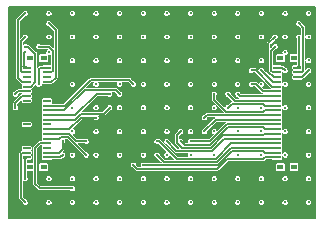
<source format=gbl>
G04 #@! TF.GenerationSoftware,KiCad,Pcbnew,9.0.1-9.0.1-0~ubuntu24.04.1*
G04 #@! TF.CreationDate,2025-05-10T10:51:42+02:00*
G04 #@! TF.ProjectId,ILM139C,494c4d31-3339-4432-9e6b-696361645f70,v0.1.0*
G04 #@! TF.SameCoordinates,Original*
G04 #@! TF.FileFunction,Copper,L4,Bot*
G04 #@! TF.FilePolarity,Positive*
%FSLAX46Y46*%
G04 Gerber Fmt 4.6, Leading zero omitted, Abs format (unit mm)*
G04 Created by KiCad (PCBNEW 9.0.1-9.0.1-0~ubuntu24.04.1) date 2025-05-10 10:51:42*
%MOMM*%
%LPD*%
G01*
G04 APERTURE LIST*
G04 #@! TA.AperFunction,SMDPad,CuDef*
%ADD10R,0.650000X0.200000*%
G04 #@! TD*
G04 #@! TA.AperFunction,SMDPad,CuDef*
%ADD11R,0.530000X0.450000*%
G04 #@! TD*
G04 #@! TA.AperFunction,ViaPad*
%ADD12C,0.250000*%
G04 #@! TD*
G04 #@! TA.AperFunction,Conductor*
%ADD13C,0.127000*%
G04 #@! TD*
G04 APERTURE END LIST*
D10*
X93270000Y-56200000D03*
X93270000Y-56600000D03*
X93270000Y-57000000D03*
X93270000Y-57400000D03*
X93270000Y-57800000D03*
X93270000Y-58200000D03*
X93270000Y-58600000D03*
X93270000Y-59000000D03*
X93270000Y-59400000D03*
X93270000Y-59800000D03*
X93270000Y-60200000D03*
X93270000Y-60600000D03*
X93270000Y-61000000D03*
X93270000Y-61400000D03*
X93270000Y-61800000D03*
X93270000Y-62200000D03*
X93270000Y-62600000D03*
X93270000Y-63000000D03*
X93270000Y-63400000D03*
X93270000Y-63800000D03*
X91530000Y-63800000D03*
X91530000Y-63400000D03*
X91530000Y-63000000D03*
X91530000Y-62600000D03*
X91530000Y-62200000D03*
X91530000Y-61800000D03*
X91530000Y-61400000D03*
X91530000Y-61000000D03*
X91530000Y-60600000D03*
X91530000Y-60200000D03*
X91530000Y-59800000D03*
X91530000Y-59400000D03*
X91530000Y-59000000D03*
X91530000Y-58600000D03*
X91530000Y-58200000D03*
X91530000Y-57800000D03*
X91530000Y-57400000D03*
X91530000Y-57000000D03*
X91530000Y-56600000D03*
X91530000Y-56200000D03*
D11*
X91830000Y-55390000D03*
X92970000Y-55390000D03*
X92970000Y-64610000D03*
X91830000Y-64610000D03*
D10*
X114470000Y-56200000D03*
X114470000Y-56600000D03*
X114470000Y-57000000D03*
X114470000Y-57400000D03*
X114470000Y-57800000D03*
X114470000Y-58200000D03*
X114470000Y-58600000D03*
X114470000Y-59000000D03*
X114470000Y-59400000D03*
X114470000Y-59800000D03*
X114470000Y-60200000D03*
X114470000Y-60600000D03*
X114470000Y-61000000D03*
X114470000Y-61400000D03*
X114470000Y-61800000D03*
X114470000Y-62200000D03*
X114470000Y-62600000D03*
X114470000Y-63000000D03*
X114470000Y-63400000D03*
X114470000Y-63800000D03*
X112730000Y-63800000D03*
X112730000Y-63400000D03*
X112730000Y-63000000D03*
X112730000Y-62600000D03*
X112730000Y-62200000D03*
X112730000Y-61800000D03*
X112730000Y-61400000D03*
X112730000Y-61000000D03*
X112730000Y-60600000D03*
X112730000Y-60200000D03*
X112730000Y-59800000D03*
X112730000Y-59400000D03*
X112730000Y-59000000D03*
X112730000Y-58600000D03*
X112730000Y-58200000D03*
X112730000Y-57800000D03*
X112730000Y-57400000D03*
X112730000Y-57000000D03*
X112730000Y-56600000D03*
X112730000Y-56200000D03*
D11*
X113030000Y-55390000D03*
X114170000Y-55390000D03*
X114170000Y-64610000D03*
X113030000Y-64610000D03*
D12*
X100009500Y-68409500D03*
X106009500Y-68409500D03*
X102009500Y-51609500D03*
X98009500Y-68409500D03*
X110009500Y-51609500D03*
X112009500Y-51609500D03*
X108009500Y-51609500D03*
X98009500Y-51609500D03*
X100009500Y-51609500D03*
X94009500Y-68409500D03*
X96009500Y-68409500D03*
X94009500Y-51609500D03*
X92009500Y-51609500D03*
X104009500Y-51609500D03*
X108009500Y-68409500D03*
X114009500Y-68409500D03*
X106009500Y-51609500D03*
X114009500Y-51609500D03*
X104009500Y-68409500D03*
X112009500Y-68409500D03*
X102009500Y-68409500D03*
X110009500Y-68409500D03*
X96009500Y-51609500D03*
X92009500Y-68409500D03*
X113420000Y-51580000D03*
X103420000Y-51580000D03*
X97420000Y-51580000D03*
X107420000Y-51580000D03*
X105420000Y-51580000D03*
X109420000Y-51580000D03*
X93420000Y-51580000D03*
X115420000Y-51580000D03*
X101420000Y-51580000D03*
X91420000Y-51580000D03*
X111420000Y-51580000D03*
X95420000Y-51580000D03*
X99420000Y-51580000D03*
X105420000Y-55580000D03*
X107420000Y-55580000D03*
X93420250Y-54897002D03*
X101420000Y-55580000D03*
X103420000Y-55580000D03*
X109420000Y-55580000D03*
X111420000Y-55580000D03*
X115420000Y-55580000D03*
X113420250Y-54897002D03*
X99420000Y-55580000D03*
X97420000Y-55580000D03*
X91420250Y-54897002D03*
X95420000Y-55580000D03*
X99420000Y-59580000D03*
X111420000Y-59580000D03*
X101420000Y-59580000D03*
X103420000Y-59580000D03*
X115420000Y-59580000D03*
X91530000Y-59000000D03*
X109420000Y-59580000D03*
X95420000Y-59580000D03*
X97420000Y-59580000D03*
X93270000Y-59000000D03*
X105420000Y-59580000D03*
X107420000Y-59580000D03*
X113420000Y-59580000D03*
X107420000Y-53580000D03*
X113420000Y-53580000D03*
X103420000Y-53580000D03*
X111420000Y-53580000D03*
X93420000Y-53580000D03*
X97420000Y-53580000D03*
X99420000Y-53580000D03*
X115420000Y-53580000D03*
X91420000Y-53580000D03*
X101420000Y-53580000D03*
X95420000Y-53580000D03*
X105420000Y-53580000D03*
X109420000Y-53580000D03*
X99420000Y-63580000D03*
X91530000Y-63000000D03*
X107420000Y-63580000D03*
X93270000Y-63000000D03*
X95420000Y-63580000D03*
X111420000Y-63580000D03*
X103420000Y-63580000D03*
X115420000Y-63580000D03*
X109420000Y-63580000D03*
X113420000Y-63580000D03*
X101420000Y-63580000D03*
X97420000Y-63580000D03*
X105420000Y-63580000D03*
X97420000Y-67580000D03*
X99420000Y-67580000D03*
X111420000Y-67580000D03*
X107420000Y-67580000D03*
X95420000Y-67580000D03*
X109420000Y-67580000D03*
X93420000Y-67580000D03*
X115420000Y-67580000D03*
X91420000Y-67580000D03*
X113420000Y-67580000D03*
X105420000Y-67580000D03*
X101420000Y-67580000D03*
X103420000Y-67580000D03*
X101420000Y-57580000D03*
X107420000Y-57580000D03*
X103420000Y-57580000D03*
X113420000Y-57580000D03*
X115420000Y-57580000D03*
X97420000Y-57580000D03*
X111420000Y-57580000D03*
X105420000Y-57580000D03*
X91530000Y-57000000D03*
X99420000Y-57580000D03*
X93270000Y-57000000D03*
X109420000Y-57580000D03*
X95420000Y-57580000D03*
X99420000Y-65580000D03*
X113420000Y-65580000D03*
X97420000Y-65580000D03*
X109420000Y-65580000D03*
X107420000Y-65580000D03*
X95420000Y-65580000D03*
X101420000Y-65580000D03*
X111420000Y-65580000D03*
X93420000Y-65580000D03*
X103420000Y-65580000D03*
X91420000Y-65580000D03*
X115420000Y-65580000D03*
X105420000Y-65580000D03*
X91530000Y-61000000D03*
X105420000Y-61580000D03*
X103420000Y-61580000D03*
X109420000Y-61580000D03*
X95420000Y-61580000D03*
X101420000Y-61580000D03*
X107420000Y-61580000D03*
X111420000Y-61580000D03*
X99420000Y-61580000D03*
X97420000Y-61580000D03*
X93270000Y-61000000D03*
X115420000Y-61580000D03*
X113420000Y-61580000D03*
X90580000Y-59580000D03*
X90580000Y-58420000D03*
X91420000Y-54420000D03*
X93420000Y-52420000D03*
X92580000Y-54420000D03*
X92580000Y-57580000D03*
X95420000Y-66420000D03*
X94580000Y-62420000D03*
X94580000Y-63580000D03*
X101420000Y-64420000D03*
X100580000Y-64420000D03*
X100580000Y-57580000D03*
X99420000Y-58420000D03*
X98580000Y-58420000D03*
X98580000Y-59580000D03*
X97420000Y-60420000D03*
X96580000Y-62420000D03*
X96580000Y-63580000D03*
X107420000Y-58420000D03*
X106580000Y-60420000D03*
X106580000Y-61580000D03*
X105420000Y-62420000D03*
X104580000Y-62420000D03*
X104580000Y-61580000D03*
X103420000Y-62420000D03*
X102580000Y-62420000D03*
X102580000Y-63580000D03*
X113420000Y-56420000D03*
X112580000Y-54420000D03*
X112580000Y-53580000D03*
X111420000Y-56420000D03*
X110580000Y-56420000D03*
X110580000Y-57580000D03*
X109420000Y-58420000D03*
X108580000Y-58420000D03*
X108580000Y-59580000D03*
X115420000Y-56420000D03*
X114580000Y-52420000D03*
X114580000Y-53580000D03*
D13*
X91176000Y-57400000D02*
X90812500Y-57036500D01*
X91530000Y-57400000D02*
X91176000Y-57400000D01*
X90812500Y-57036500D02*
X90812500Y-52187500D01*
X90812500Y-52187500D02*
X91420000Y-51580000D01*
X91346250Y-56016250D02*
X91346250Y-56154750D01*
X91346250Y-56016250D02*
X91346250Y-54971002D01*
X91346250Y-56016250D02*
X91346250Y-56016750D01*
X91374500Y-56200000D02*
X91530000Y-56200000D01*
X91346250Y-56154750D02*
X91484750Y-56154750D01*
X91269250Y-56094750D02*
X91374500Y-56200000D01*
X91346250Y-56016750D02*
X91269250Y-56093750D01*
X91530000Y-56200000D02*
X91346250Y-56016250D01*
X91484750Y-56154750D02*
X91530000Y-56200000D01*
X91346250Y-54971002D02*
X91420250Y-54897002D01*
X91269250Y-56093750D02*
X91269250Y-56094750D01*
X91530000Y-56600000D02*
X91176000Y-56600000D01*
X91040500Y-53959500D02*
X91420000Y-53580000D01*
X91040500Y-56464500D02*
X91040500Y-53959500D01*
X91176000Y-56600000D02*
X91040500Y-56464500D01*
X91040500Y-63535500D02*
X91040500Y-67200500D01*
X91040500Y-67200500D02*
X91420000Y-67580000D01*
X91176000Y-63400000D02*
X91040500Y-63535500D01*
X91530000Y-63400000D02*
X91176000Y-63400000D01*
X91400500Y-63929500D02*
X91400500Y-65560500D01*
X91318250Y-63846750D02*
X91318250Y-63845750D01*
X91318250Y-63845750D02*
X91364000Y-63800000D01*
X91400500Y-63929000D02*
X91318250Y-63846750D01*
X91364000Y-63800000D02*
X91530000Y-63800000D01*
X91400500Y-63929500D02*
X91400500Y-63929000D01*
X91400500Y-65560500D02*
X91420000Y-65580000D01*
X91530000Y-63800000D02*
X91400500Y-63929500D01*
X91176000Y-58600000D02*
X90580000Y-59196000D01*
X90580000Y-59196000D02*
X90580000Y-59580000D01*
X91530000Y-58600000D02*
X91176000Y-58600000D01*
X90800000Y-58200000D02*
X90580000Y-58420000D01*
X91530000Y-58200000D02*
X90800000Y-58200000D01*
X91679000Y-54420000D02*
X91420000Y-54420000D01*
X91530000Y-57800000D02*
X91884000Y-57800000D01*
X92259500Y-57424500D02*
X92259500Y-55000500D01*
X91884000Y-57800000D02*
X92259500Y-57424500D01*
X92259500Y-55000500D02*
X91679000Y-54420000D01*
X93987750Y-52987750D02*
X93420000Y-52420000D01*
X93987750Y-57036250D02*
X93987750Y-52987750D01*
X93624000Y-57400000D02*
X93987750Y-57036250D01*
X93270000Y-57400000D02*
X93624000Y-57400000D01*
X93759750Y-56464250D02*
X93759750Y-54756376D01*
X93759750Y-54756376D02*
X93423374Y-54420000D01*
X93423374Y-54420000D02*
X92580000Y-54420000D01*
X93270000Y-56600000D02*
X93624000Y-56600000D01*
X93624000Y-56600000D02*
X93759750Y-56464250D01*
X92705000Y-56200000D02*
X92580000Y-56325000D01*
X93270000Y-56200000D02*
X92705000Y-56200000D01*
X92580000Y-56325000D02*
X92580000Y-57580000D01*
X92259500Y-62975500D02*
X92259500Y-66031000D01*
X92259500Y-62975500D02*
X92635000Y-62600000D01*
X92635000Y-62600000D02*
X93270000Y-62600000D01*
X92648500Y-66420000D02*
X95420000Y-66420000D01*
X92259500Y-66031000D02*
X92648500Y-66420000D01*
X94580000Y-63099874D02*
X94580000Y-62420000D01*
X93270000Y-63400000D02*
X94279874Y-63400000D01*
X94279874Y-63400000D02*
X94580000Y-63099874D01*
X94360000Y-63800000D02*
X94580000Y-63580000D01*
X93270000Y-63800000D02*
X94360000Y-63800000D01*
X112730000Y-63400000D02*
X111720126Y-63400000D01*
X107705256Y-64419750D02*
X101420250Y-64419750D01*
X108888256Y-63236750D02*
X107705256Y-64419750D01*
X111720126Y-63400000D02*
X111556876Y-63236750D01*
X111556876Y-63236750D02*
X108888256Y-63236750D01*
X101420250Y-64419750D02*
X101420000Y-64420000D01*
X111680126Y-63800000D02*
X111560626Y-63919500D01*
X111560626Y-63919500D02*
X108527946Y-63919500D01*
X108527946Y-63919500D02*
X107687946Y-64759500D01*
X107687946Y-64759500D02*
X100919500Y-64759500D01*
X100919500Y-64759500D02*
X100580000Y-64420000D01*
X112730000Y-63800000D02*
X111680126Y-63800000D01*
X93270000Y-59400000D02*
X94797434Y-59400000D01*
X100240500Y-57240500D02*
X100580000Y-57580000D01*
X96956934Y-57240500D02*
X100240500Y-57240500D01*
X94797434Y-59400000D02*
X96956934Y-57240500D01*
X96439374Y-58080500D02*
X99080500Y-58080500D01*
X93270000Y-59800000D02*
X94719874Y-59800000D01*
X99080500Y-58080500D02*
X99420000Y-58420000D01*
X94719874Y-59800000D02*
X96439374Y-58080500D01*
X95674993Y-60200000D02*
X97454992Y-58420000D01*
X97454992Y-58420000D02*
X98580000Y-58420000D01*
X93270000Y-60200000D02*
X95674993Y-60200000D01*
X95597434Y-60600000D02*
X96116933Y-60080500D01*
X96116933Y-60080500D02*
X98079500Y-60080500D01*
X98079500Y-60080500D02*
X98580000Y-59580000D01*
X93270000Y-60600000D02*
X95597434Y-60600000D01*
X93270000Y-61400000D02*
X95119874Y-61400000D01*
X95119874Y-61400000D02*
X96099874Y-60420000D01*
X96099874Y-60420000D02*
X97420000Y-60420000D01*
X95742441Y-62420000D02*
X96580000Y-62420000D01*
X93270000Y-61800000D02*
X95122440Y-61800000D01*
X95122440Y-61800000D02*
X95742441Y-62420000D01*
X94319874Y-62200000D02*
X94439374Y-62080500D01*
X95080500Y-62080500D02*
X96580000Y-63580000D01*
X94439374Y-62080500D02*
X95080500Y-62080500D01*
X93270000Y-62200000D02*
X94319874Y-62200000D01*
X111560626Y-59919500D02*
X108439374Y-59919500D01*
X108439374Y-59919500D02*
X107420000Y-58900126D01*
X111680126Y-59800000D02*
X111560626Y-59919500D01*
X107420000Y-58900126D02*
X107420000Y-58420000D01*
X112730000Y-59800000D02*
X111680126Y-59800000D01*
X106800000Y-60200000D02*
X106580000Y-60420000D01*
X112730000Y-60200000D02*
X106800000Y-60200000D01*
X107560000Y-60600000D02*
X106580000Y-61580000D01*
X112730000Y-60600000D02*
X107560000Y-60600000D01*
X107060126Y-62420000D02*
X105420000Y-62420000D01*
X108480126Y-61000000D02*
X107060126Y-62420000D01*
X112730000Y-61000000D02*
X108480126Y-61000000D01*
X108562066Y-61240500D02*
X107043066Y-62759500D01*
X111560626Y-61240500D02*
X108562066Y-61240500D01*
X111720126Y-61400000D02*
X111560626Y-61240500D01*
X112730000Y-61400000D02*
X111720126Y-61400000D01*
X104919500Y-62759500D02*
X104580000Y-62420000D01*
X107043066Y-62759500D02*
X104919500Y-62759500D01*
X112730000Y-61800000D02*
X111680126Y-61800000D01*
X107137506Y-62987500D02*
X104667374Y-62987500D01*
X108205506Y-61919500D02*
X107137506Y-62987500D01*
X104240500Y-61919500D02*
X104580000Y-61580000D01*
X111560626Y-61919500D02*
X108205506Y-61919500D01*
X104240500Y-62560626D02*
X104240500Y-61919500D01*
X111680126Y-61800000D02*
X111560626Y-61919500D01*
X104667374Y-62987500D02*
X104240500Y-62560626D01*
X108247446Y-62200000D02*
X107231946Y-63215500D01*
X107231946Y-63215500D02*
X104215500Y-63215500D01*
X104215500Y-63215500D02*
X103420000Y-62420000D01*
X112730000Y-62200000D02*
X108247446Y-62200000D01*
X102740126Y-62420000D02*
X102580000Y-62420000D01*
X107560626Y-63919500D02*
X104239626Y-63919500D01*
X104239626Y-63919500D02*
X102740126Y-62420000D01*
X108880126Y-62600000D02*
X107560626Y-63919500D01*
X112730000Y-62600000D02*
X108880126Y-62600000D01*
X107651816Y-64150750D02*
X103150750Y-64150750D01*
X108802566Y-63000000D02*
X107651816Y-64150750D01*
X103150750Y-64150750D02*
X102580000Y-63580000D01*
X112730000Y-63000000D02*
X108802566Y-63000000D01*
X113200000Y-56200000D02*
X113420000Y-56420000D01*
X112730000Y-56200000D02*
X113200000Y-56200000D01*
X112240500Y-54759500D02*
X112580000Y-54420000D01*
X112240500Y-56464500D02*
X112240500Y-54759500D01*
X112376000Y-56600000D02*
X112240500Y-56464500D01*
X112730000Y-56600000D02*
X112376000Y-56600000D01*
X112012500Y-56558940D02*
X112012500Y-54147500D01*
X112012500Y-54147500D02*
X112580000Y-53580000D01*
X112730000Y-57000000D02*
X112453560Y-57000000D01*
X112453560Y-57000000D02*
X112012500Y-56558940D01*
X112730000Y-57400000D02*
X112400000Y-57400000D01*
X112400000Y-57400000D02*
X111420000Y-56420000D01*
X112730000Y-57800000D02*
X112319874Y-57800000D01*
X110939874Y-56420000D02*
X110580000Y-56420000D01*
X112319874Y-57800000D02*
X110939874Y-56420000D01*
X111559874Y-58200000D02*
X110939874Y-57580000D01*
X110939874Y-57580000D02*
X110580000Y-57580000D01*
X112730000Y-58200000D02*
X111559874Y-58200000D01*
X112730000Y-58600000D02*
X109600000Y-58600000D01*
X109600000Y-58600000D02*
X109420000Y-58420000D01*
X112730000Y-59000000D02*
X109160000Y-59000000D01*
X109160000Y-59000000D02*
X108580000Y-58420000D01*
X112730000Y-59400000D02*
X111720126Y-59400000D01*
X111560626Y-59240500D02*
X108919500Y-59240500D01*
X108919500Y-59240500D02*
X108580000Y-59580000D01*
X111720126Y-59400000D02*
X111560626Y-59240500D01*
X114470000Y-57000000D02*
X114840000Y-57000000D01*
X114840000Y-57000000D02*
X115420000Y-56420000D01*
X114824000Y-56600000D02*
X114959500Y-56464500D01*
X114959500Y-56464500D02*
X114959500Y-52799500D01*
X114959500Y-52799500D02*
X114580000Y-52420000D01*
X114470000Y-56600000D02*
X114824000Y-56600000D01*
X114655000Y-56200000D02*
X114470000Y-56200000D01*
X114470000Y-56200000D02*
X114599500Y-56070500D01*
X114599500Y-56070500D02*
X114599500Y-53599500D01*
X114599500Y-53599500D02*
X114580000Y-53580000D01*
X114599500Y-56070500D02*
X114599500Y-56072000D01*
X114599500Y-56072000D02*
X114691250Y-56163750D01*
X114691250Y-56163750D02*
X114655000Y-56200000D01*
G04 #@! TA.AperFunction,Conductor*
G36*
X115986613Y-51013387D02*
G01*
X115999500Y-51044500D01*
X115999500Y-68955500D01*
X115986613Y-68986613D01*
X115955500Y-68999500D01*
X90044500Y-68999500D01*
X90013387Y-68986613D01*
X90000500Y-68955500D01*
X90000500Y-63502878D01*
X90876499Y-63502878D01*
X90876499Y-63506756D01*
X90876499Y-63573240D01*
X90876500Y-63573249D01*
X90876500Y-67164324D01*
X90876499Y-67164338D01*
X90876499Y-67167878D01*
X90876499Y-67233122D01*
X90876499Y-67233124D01*
X90876500Y-67233125D01*
X90894153Y-67275740D01*
X90894154Y-67275743D01*
X90901464Y-67293394D01*
X90901466Y-67293396D01*
X90901467Y-67293399D01*
X90947601Y-67339533D01*
X90947602Y-67339533D01*
X91181613Y-67573544D01*
X91194500Y-67604657D01*
X91194500Y-67624855D01*
X91228830Y-67707736D01*
X91292264Y-67771170D01*
X91375145Y-67805500D01*
X91375146Y-67805500D01*
X91464854Y-67805500D01*
X91464855Y-67805500D01*
X91547736Y-67771170D01*
X91611170Y-67707736D01*
X91645500Y-67624855D01*
X91645500Y-67535145D01*
X93194500Y-67535145D01*
X93194500Y-67624855D01*
X93228830Y-67707736D01*
X93292264Y-67771170D01*
X93375145Y-67805500D01*
X93375146Y-67805500D01*
X93464854Y-67805500D01*
X93464855Y-67805500D01*
X93547736Y-67771170D01*
X93611170Y-67707736D01*
X93645500Y-67624855D01*
X93645500Y-67535145D01*
X95194500Y-67535145D01*
X95194500Y-67624855D01*
X95228830Y-67707736D01*
X95292264Y-67771170D01*
X95375145Y-67805500D01*
X95375146Y-67805500D01*
X95464854Y-67805500D01*
X95464855Y-67805500D01*
X95547736Y-67771170D01*
X95611170Y-67707736D01*
X95645500Y-67624855D01*
X95645500Y-67535145D01*
X97194500Y-67535145D01*
X97194500Y-67624855D01*
X97228830Y-67707736D01*
X97292264Y-67771170D01*
X97375145Y-67805500D01*
X97375146Y-67805500D01*
X97464854Y-67805500D01*
X97464855Y-67805500D01*
X97547736Y-67771170D01*
X97611170Y-67707736D01*
X97645500Y-67624855D01*
X97645500Y-67535145D01*
X99194500Y-67535145D01*
X99194500Y-67624855D01*
X99228830Y-67707736D01*
X99292264Y-67771170D01*
X99375145Y-67805500D01*
X99375146Y-67805500D01*
X99464854Y-67805500D01*
X99464855Y-67805500D01*
X99547736Y-67771170D01*
X99611170Y-67707736D01*
X99645500Y-67624855D01*
X99645500Y-67535145D01*
X101194500Y-67535145D01*
X101194500Y-67624855D01*
X101228830Y-67707736D01*
X101292264Y-67771170D01*
X101375145Y-67805500D01*
X101375146Y-67805500D01*
X101464854Y-67805500D01*
X101464855Y-67805500D01*
X101547736Y-67771170D01*
X101611170Y-67707736D01*
X101645500Y-67624855D01*
X101645500Y-67535145D01*
X103194500Y-67535145D01*
X103194500Y-67624855D01*
X103228830Y-67707736D01*
X103292264Y-67771170D01*
X103375145Y-67805500D01*
X103375146Y-67805500D01*
X103464854Y-67805500D01*
X103464855Y-67805500D01*
X103547736Y-67771170D01*
X103611170Y-67707736D01*
X103645500Y-67624855D01*
X103645500Y-67535145D01*
X105194500Y-67535145D01*
X105194500Y-67624855D01*
X105228830Y-67707736D01*
X105292264Y-67771170D01*
X105375145Y-67805500D01*
X105375146Y-67805500D01*
X105464854Y-67805500D01*
X105464855Y-67805500D01*
X105547736Y-67771170D01*
X105611170Y-67707736D01*
X105645500Y-67624855D01*
X105645500Y-67535145D01*
X107194500Y-67535145D01*
X107194500Y-67624855D01*
X107228830Y-67707736D01*
X107292264Y-67771170D01*
X107375145Y-67805500D01*
X107375146Y-67805500D01*
X107464854Y-67805500D01*
X107464855Y-67805500D01*
X107547736Y-67771170D01*
X107611170Y-67707736D01*
X107645500Y-67624855D01*
X107645500Y-67535145D01*
X109194500Y-67535145D01*
X109194500Y-67624855D01*
X109228830Y-67707736D01*
X109292264Y-67771170D01*
X109375145Y-67805500D01*
X109375146Y-67805500D01*
X109464854Y-67805500D01*
X109464855Y-67805500D01*
X109547736Y-67771170D01*
X109611170Y-67707736D01*
X109645500Y-67624855D01*
X109645500Y-67535145D01*
X111194500Y-67535145D01*
X111194500Y-67624855D01*
X111228830Y-67707736D01*
X111292264Y-67771170D01*
X111375145Y-67805500D01*
X111375146Y-67805500D01*
X111464854Y-67805500D01*
X111464855Y-67805500D01*
X111547736Y-67771170D01*
X111611170Y-67707736D01*
X111645500Y-67624855D01*
X111645500Y-67535145D01*
X113194500Y-67535145D01*
X113194500Y-67624855D01*
X113228830Y-67707736D01*
X113292264Y-67771170D01*
X113375145Y-67805500D01*
X113375146Y-67805500D01*
X113464854Y-67805500D01*
X113464855Y-67805500D01*
X113547736Y-67771170D01*
X113611170Y-67707736D01*
X113645500Y-67624855D01*
X113645500Y-67535145D01*
X115194500Y-67535145D01*
X115194500Y-67624855D01*
X115228830Y-67707736D01*
X115292264Y-67771170D01*
X115375145Y-67805500D01*
X115375146Y-67805500D01*
X115464854Y-67805500D01*
X115464855Y-67805500D01*
X115547736Y-67771170D01*
X115611170Y-67707736D01*
X115645500Y-67624855D01*
X115645500Y-67535145D01*
X115611170Y-67452264D01*
X115547736Y-67388830D01*
X115464855Y-67354500D01*
X115375145Y-67354500D01*
X115292264Y-67388830D01*
X115228830Y-67452264D01*
X115194500Y-67535145D01*
X113645500Y-67535145D01*
X113611170Y-67452264D01*
X113547736Y-67388830D01*
X113464855Y-67354500D01*
X113375145Y-67354500D01*
X113292264Y-67388830D01*
X113228830Y-67452264D01*
X113194500Y-67535145D01*
X111645500Y-67535145D01*
X111611170Y-67452264D01*
X111547736Y-67388830D01*
X111464855Y-67354500D01*
X111375145Y-67354500D01*
X111292264Y-67388830D01*
X111228830Y-67452264D01*
X111194500Y-67535145D01*
X109645500Y-67535145D01*
X109611170Y-67452264D01*
X109547736Y-67388830D01*
X109464855Y-67354500D01*
X109375145Y-67354500D01*
X109292264Y-67388830D01*
X109228830Y-67452264D01*
X109194500Y-67535145D01*
X107645500Y-67535145D01*
X107611170Y-67452264D01*
X107547736Y-67388830D01*
X107464855Y-67354500D01*
X107375145Y-67354500D01*
X107292264Y-67388830D01*
X107228830Y-67452264D01*
X107194500Y-67535145D01*
X105645500Y-67535145D01*
X105611170Y-67452264D01*
X105547736Y-67388830D01*
X105464855Y-67354500D01*
X105375145Y-67354500D01*
X105292264Y-67388830D01*
X105228830Y-67452264D01*
X105194500Y-67535145D01*
X103645500Y-67535145D01*
X103611170Y-67452264D01*
X103547736Y-67388830D01*
X103464855Y-67354500D01*
X103375145Y-67354500D01*
X103292264Y-67388830D01*
X103228830Y-67452264D01*
X103194500Y-67535145D01*
X101645500Y-67535145D01*
X101611170Y-67452264D01*
X101547736Y-67388830D01*
X101464855Y-67354500D01*
X101375145Y-67354500D01*
X101292264Y-67388830D01*
X101228830Y-67452264D01*
X101194500Y-67535145D01*
X99645500Y-67535145D01*
X99611170Y-67452264D01*
X99547736Y-67388830D01*
X99464855Y-67354500D01*
X99375145Y-67354500D01*
X99292264Y-67388830D01*
X99228830Y-67452264D01*
X99194500Y-67535145D01*
X97645500Y-67535145D01*
X97611170Y-67452264D01*
X97547736Y-67388830D01*
X97464855Y-67354500D01*
X97375145Y-67354500D01*
X97292264Y-67388830D01*
X97228830Y-67452264D01*
X97194500Y-67535145D01*
X95645500Y-67535145D01*
X95611170Y-67452264D01*
X95547736Y-67388830D01*
X95464855Y-67354500D01*
X95375145Y-67354500D01*
X95292264Y-67388830D01*
X95228830Y-67452264D01*
X95194500Y-67535145D01*
X93645500Y-67535145D01*
X93611170Y-67452264D01*
X93547736Y-67388830D01*
X93464855Y-67354500D01*
X93375145Y-67354500D01*
X93292264Y-67388830D01*
X93228830Y-67452264D01*
X93194500Y-67535145D01*
X91645500Y-67535145D01*
X91611170Y-67452264D01*
X91547736Y-67388830D01*
X91464855Y-67354500D01*
X91464854Y-67354500D01*
X91444657Y-67354500D01*
X91413544Y-67341613D01*
X91217387Y-67145456D01*
X91204500Y-67114343D01*
X91204500Y-65789631D01*
X91217387Y-65758518D01*
X91248500Y-65745631D01*
X91279611Y-65758517D01*
X91292264Y-65771170D01*
X91375145Y-65805500D01*
X91375146Y-65805500D01*
X91464854Y-65805500D01*
X91464855Y-65805500D01*
X91547736Y-65771170D01*
X91611170Y-65707736D01*
X91645500Y-65624855D01*
X91645500Y-65535145D01*
X91611170Y-65452264D01*
X91611169Y-65452263D01*
X91611169Y-65452262D01*
X91577387Y-65418480D01*
X91564500Y-65387368D01*
X91564500Y-64979499D01*
X91577387Y-64948386D01*
X91608500Y-64935499D01*
X92051500Y-64935499D01*
X92082613Y-64948386D01*
X92095500Y-64979499D01*
X92095500Y-65994824D01*
X92095499Y-65994838D01*
X92095499Y-65998378D01*
X92095499Y-66063622D01*
X92095499Y-66063624D01*
X92095500Y-66063625D01*
X92113153Y-66106240D01*
X92113154Y-66106243D01*
X92120464Y-66123894D01*
X92120466Y-66123896D01*
X92120467Y-66123899D01*
X92166601Y-66170033D01*
X92166602Y-66170033D01*
X92506956Y-66510387D01*
X92506969Y-66510402D01*
X92544303Y-66547735D01*
X92555601Y-66559033D01*
X92573252Y-66566343D01*
X92573255Y-66566346D01*
X92573256Y-66566345D01*
X92615878Y-66584001D01*
X92615880Y-66584001D01*
X92686241Y-66584001D01*
X92686249Y-66584000D01*
X95246868Y-66584000D01*
X95277980Y-66596886D01*
X95292264Y-66611170D01*
X95375145Y-66645500D01*
X95375146Y-66645500D01*
X95464854Y-66645500D01*
X95464855Y-66645500D01*
X95547736Y-66611170D01*
X95611170Y-66547736D01*
X95645500Y-66464855D01*
X95645500Y-66375145D01*
X95611170Y-66292264D01*
X95547736Y-66228830D01*
X95464855Y-66194500D01*
X95375145Y-66194500D01*
X95292264Y-66228830D01*
X95277980Y-66243114D01*
X95246868Y-66256000D01*
X92734657Y-66256000D01*
X92703544Y-66243113D01*
X92436387Y-65975956D01*
X92423500Y-65944843D01*
X92423500Y-65535145D01*
X93194500Y-65535145D01*
X93194500Y-65624855D01*
X93228830Y-65707736D01*
X93292264Y-65771170D01*
X93375145Y-65805500D01*
X93375146Y-65805500D01*
X93464854Y-65805500D01*
X93464855Y-65805500D01*
X93547736Y-65771170D01*
X93611170Y-65707736D01*
X93645500Y-65624855D01*
X93645500Y-65535145D01*
X95194500Y-65535145D01*
X95194500Y-65624855D01*
X95228830Y-65707736D01*
X95292264Y-65771170D01*
X95375145Y-65805500D01*
X95375146Y-65805500D01*
X95464854Y-65805500D01*
X95464855Y-65805500D01*
X95547736Y-65771170D01*
X95611170Y-65707736D01*
X95645500Y-65624855D01*
X95645500Y-65535145D01*
X97194500Y-65535145D01*
X97194500Y-65624855D01*
X97228830Y-65707736D01*
X97292264Y-65771170D01*
X97375145Y-65805500D01*
X97375146Y-65805500D01*
X97464854Y-65805500D01*
X97464855Y-65805500D01*
X97547736Y-65771170D01*
X97611170Y-65707736D01*
X97645500Y-65624855D01*
X97645500Y-65535145D01*
X99194500Y-65535145D01*
X99194500Y-65624855D01*
X99228830Y-65707736D01*
X99292264Y-65771170D01*
X99375145Y-65805500D01*
X99375146Y-65805500D01*
X99464854Y-65805500D01*
X99464855Y-65805500D01*
X99547736Y-65771170D01*
X99611170Y-65707736D01*
X99645500Y-65624855D01*
X99645500Y-65535145D01*
X101194500Y-65535145D01*
X101194500Y-65624855D01*
X101228830Y-65707736D01*
X101292264Y-65771170D01*
X101375145Y-65805500D01*
X101375146Y-65805500D01*
X101464854Y-65805500D01*
X101464855Y-65805500D01*
X101547736Y-65771170D01*
X101611170Y-65707736D01*
X101645500Y-65624855D01*
X101645500Y-65535145D01*
X103194500Y-65535145D01*
X103194500Y-65624855D01*
X103228830Y-65707736D01*
X103292264Y-65771170D01*
X103375145Y-65805500D01*
X103375146Y-65805500D01*
X103464854Y-65805500D01*
X103464855Y-65805500D01*
X103547736Y-65771170D01*
X103611170Y-65707736D01*
X103645500Y-65624855D01*
X103645500Y-65535145D01*
X105194500Y-65535145D01*
X105194500Y-65624855D01*
X105228830Y-65707736D01*
X105292264Y-65771170D01*
X105375145Y-65805500D01*
X105375146Y-65805500D01*
X105464854Y-65805500D01*
X105464855Y-65805500D01*
X105547736Y-65771170D01*
X105611170Y-65707736D01*
X105645500Y-65624855D01*
X105645500Y-65535145D01*
X107194500Y-65535145D01*
X107194500Y-65624855D01*
X107228830Y-65707736D01*
X107292264Y-65771170D01*
X107375145Y-65805500D01*
X107375146Y-65805500D01*
X107464854Y-65805500D01*
X107464855Y-65805500D01*
X107547736Y-65771170D01*
X107611170Y-65707736D01*
X107645500Y-65624855D01*
X107645500Y-65535145D01*
X109194500Y-65535145D01*
X109194500Y-65624855D01*
X109228830Y-65707736D01*
X109292264Y-65771170D01*
X109375145Y-65805500D01*
X109375146Y-65805500D01*
X109464854Y-65805500D01*
X109464855Y-65805500D01*
X109547736Y-65771170D01*
X109611170Y-65707736D01*
X109645500Y-65624855D01*
X109645500Y-65535145D01*
X111194500Y-65535145D01*
X111194500Y-65624855D01*
X111228830Y-65707736D01*
X111292264Y-65771170D01*
X111375145Y-65805500D01*
X111375146Y-65805500D01*
X111464854Y-65805500D01*
X111464855Y-65805500D01*
X111547736Y-65771170D01*
X111611170Y-65707736D01*
X111645500Y-65624855D01*
X111645500Y-65535145D01*
X113194500Y-65535145D01*
X113194500Y-65624855D01*
X113228830Y-65707736D01*
X113292264Y-65771170D01*
X113375145Y-65805500D01*
X113375146Y-65805500D01*
X113464854Y-65805500D01*
X113464855Y-65805500D01*
X113547736Y-65771170D01*
X113611170Y-65707736D01*
X113645500Y-65624855D01*
X113645500Y-65535145D01*
X115194500Y-65535145D01*
X115194500Y-65624855D01*
X115228830Y-65707736D01*
X115292264Y-65771170D01*
X115375145Y-65805500D01*
X115375146Y-65805500D01*
X115464854Y-65805500D01*
X115464855Y-65805500D01*
X115547736Y-65771170D01*
X115611170Y-65707736D01*
X115645500Y-65624855D01*
X115645500Y-65535145D01*
X115611170Y-65452264D01*
X115547736Y-65388830D01*
X115464855Y-65354500D01*
X115375145Y-65354500D01*
X115292264Y-65388830D01*
X115228830Y-65452264D01*
X115194500Y-65535145D01*
X113645500Y-65535145D01*
X113611170Y-65452264D01*
X113547736Y-65388830D01*
X113464855Y-65354500D01*
X113375145Y-65354500D01*
X113292264Y-65388830D01*
X113228830Y-65452264D01*
X113194500Y-65535145D01*
X111645500Y-65535145D01*
X111611170Y-65452264D01*
X111547736Y-65388830D01*
X111464855Y-65354500D01*
X111375145Y-65354500D01*
X111292264Y-65388830D01*
X111228830Y-65452264D01*
X111194500Y-65535145D01*
X109645500Y-65535145D01*
X109611170Y-65452264D01*
X109547736Y-65388830D01*
X109464855Y-65354500D01*
X109375145Y-65354500D01*
X109292264Y-65388830D01*
X109228830Y-65452264D01*
X109194500Y-65535145D01*
X107645500Y-65535145D01*
X107611170Y-65452264D01*
X107547736Y-65388830D01*
X107464855Y-65354500D01*
X107375145Y-65354500D01*
X107292264Y-65388830D01*
X107228830Y-65452264D01*
X107194500Y-65535145D01*
X105645500Y-65535145D01*
X105611170Y-65452264D01*
X105547736Y-65388830D01*
X105464855Y-65354500D01*
X105375145Y-65354500D01*
X105292264Y-65388830D01*
X105228830Y-65452264D01*
X105194500Y-65535145D01*
X103645500Y-65535145D01*
X103611170Y-65452264D01*
X103547736Y-65388830D01*
X103464855Y-65354500D01*
X103375145Y-65354500D01*
X103292264Y-65388830D01*
X103228830Y-65452264D01*
X103194500Y-65535145D01*
X101645500Y-65535145D01*
X101611170Y-65452264D01*
X101547736Y-65388830D01*
X101464855Y-65354500D01*
X101375145Y-65354500D01*
X101292264Y-65388830D01*
X101228830Y-65452264D01*
X101194500Y-65535145D01*
X99645500Y-65535145D01*
X99611170Y-65452264D01*
X99547736Y-65388830D01*
X99464855Y-65354500D01*
X99375145Y-65354500D01*
X99292264Y-65388830D01*
X99228830Y-65452264D01*
X99194500Y-65535145D01*
X97645500Y-65535145D01*
X97611170Y-65452264D01*
X97547736Y-65388830D01*
X97464855Y-65354500D01*
X97375145Y-65354500D01*
X97292264Y-65388830D01*
X97228830Y-65452264D01*
X97194500Y-65535145D01*
X95645500Y-65535145D01*
X95611170Y-65452264D01*
X95547736Y-65388830D01*
X95464855Y-65354500D01*
X95375145Y-65354500D01*
X95292264Y-65388830D01*
X95228830Y-65452264D01*
X95194500Y-65535145D01*
X93645500Y-65535145D01*
X93611170Y-65452264D01*
X93547736Y-65388830D01*
X93464855Y-65354500D01*
X93375145Y-65354500D01*
X93292264Y-65388830D01*
X93228830Y-65452264D01*
X93194500Y-65535145D01*
X92423500Y-65535145D01*
X92423500Y-64375101D01*
X92604500Y-64375101D01*
X92604500Y-64375102D01*
X92604500Y-64375104D01*
X92604500Y-64844893D01*
X92604501Y-64844900D01*
X92610330Y-64874211D01*
X92610330Y-64874212D01*
X92621362Y-64890722D01*
X92632543Y-64907457D01*
X92654655Y-64922231D01*
X92665785Y-64929668D01*
X92665787Y-64929669D01*
X92695101Y-64935500D01*
X93244898Y-64935499D01*
X93274213Y-64929669D01*
X93307457Y-64907457D01*
X93329669Y-64874213D01*
X93335500Y-64844899D01*
X93335499Y-64375145D01*
X100354500Y-64375145D01*
X100354500Y-64464855D01*
X100388830Y-64547736D01*
X100452264Y-64611170D01*
X100535145Y-64645500D01*
X100555343Y-64645500D01*
X100586456Y-64658387D01*
X100777956Y-64849887D01*
X100777969Y-64849902D01*
X100826597Y-64898529D01*
X100826601Y-64898533D01*
X100848146Y-64907457D01*
X100886879Y-64923501D01*
X100886881Y-64923501D01*
X100957241Y-64923501D01*
X100957249Y-64923500D01*
X107650197Y-64923500D01*
X107650205Y-64923501D01*
X107655324Y-64923501D01*
X107720566Y-64923501D01*
X107720568Y-64923501D01*
X107759303Y-64907455D01*
X107763190Y-64905845D01*
X107763191Y-64905844D01*
X107780845Y-64898533D01*
X107826979Y-64852399D01*
X107826979Y-64852398D01*
X107833164Y-64846213D01*
X107833165Y-64846210D01*
X108304275Y-64375101D01*
X112664500Y-64375101D01*
X112664500Y-64375102D01*
X112664500Y-64375104D01*
X112664500Y-64844893D01*
X112664501Y-64844900D01*
X112670330Y-64874211D01*
X112670330Y-64874212D01*
X112681362Y-64890722D01*
X112692543Y-64907457D01*
X112714655Y-64922231D01*
X112725785Y-64929668D01*
X112725787Y-64929669D01*
X112755101Y-64935500D01*
X113304898Y-64935499D01*
X113334213Y-64929669D01*
X113367457Y-64907457D01*
X113389669Y-64874213D01*
X113395500Y-64844899D01*
X113395499Y-64375102D01*
X113395499Y-64375101D01*
X113804500Y-64375101D01*
X113804500Y-64375102D01*
X113804500Y-64375104D01*
X113804500Y-64844893D01*
X113804501Y-64844900D01*
X113810330Y-64874211D01*
X113810330Y-64874212D01*
X113821362Y-64890722D01*
X113832543Y-64907457D01*
X113854655Y-64922231D01*
X113865785Y-64929668D01*
X113865787Y-64929669D01*
X113895101Y-64935500D01*
X114444898Y-64935499D01*
X114474213Y-64929669D01*
X114507457Y-64907457D01*
X114529669Y-64874213D01*
X114535500Y-64844899D01*
X114535499Y-64375102D01*
X114529669Y-64345787D01*
X114507457Y-64312543D01*
X114496325Y-64305105D01*
X114474214Y-64290331D01*
X114468350Y-64289164D01*
X114444899Y-64284500D01*
X114444895Y-64284500D01*
X113895106Y-64284500D01*
X113895099Y-64284501D01*
X113865788Y-64290330D01*
X113865787Y-64290330D01*
X113832544Y-64312542D01*
X113832542Y-64312544D01*
X113810331Y-64345785D01*
X113807998Y-64357512D01*
X113804500Y-64375101D01*
X113395499Y-64375101D01*
X113389669Y-64345787D01*
X113367457Y-64312543D01*
X113356325Y-64305105D01*
X113334214Y-64290331D01*
X113328350Y-64289164D01*
X113304899Y-64284500D01*
X113304895Y-64284500D01*
X112755106Y-64284500D01*
X112755099Y-64284501D01*
X112725788Y-64290330D01*
X112725787Y-64290330D01*
X112692544Y-64312542D01*
X112692542Y-64312544D01*
X112670331Y-64345785D01*
X112667998Y-64357512D01*
X112664500Y-64375101D01*
X108304275Y-64375101D01*
X108582990Y-64096387D01*
X108614103Y-64083500D01*
X111522877Y-64083500D01*
X111522885Y-64083501D01*
X111528004Y-64083501D01*
X111593246Y-64083501D01*
X111593248Y-64083501D01*
X111620799Y-64072087D01*
X111635870Y-64065845D01*
X111635871Y-64065844D01*
X111653525Y-64058533D01*
X111699659Y-64012399D01*
X111699659Y-64012398D01*
X111705843Y-64006214D01*
X111705844Y-64006211D01*
X111735171Y-63976885D01*
X111742469Y-63973863D01*
X111766282Y-63964000D01*
X112306538Y-63964000D01*
X112330982Y-63971415D01*
X112365784Y-63994667D01*
X112365787Y-63994669D01*
X112395101Y-64000500D01*
X113064898Y-64000499D01*
X113094213Y-63994669D01*
X113127457Y-63972457D01*
X113149669Y-63939213D01*
X113155500Y-63909899D01*
X113155499Y-63740629D01*
X113168386Y-63709517D01*
X113199499Y-63696630D01*
X113230610Y-63709516D01*
X113292264Y-63771170D01*
X113375145Y-63805500D01*
X113375146Y-63805500D01*
X113464854Y-63805500D01*
X113464855Y-63805500D01*
X113547736Y-63771170D01*
X113611170Y-63707736D01*
X113645500Y-63624855D01*
X113645500Y-63535145D01*
X115194500Y-63535145D01*
X115194500Y-63624855D01*
X115228830Y-63707736D01*
X115292264Y-63771170D01*
X115375145Y-63805500D01*
X115375146Y-63805500D01*
X115464854Y-63805500D01*
X115464855Y-63805500D01*
X115547736Y-63771170D01*
X115611170Y-63707736D01*
X115645500Y-63624855D01*
X115645500Y-63535145D01*
X115611170Y-63452264D01*
X115547736Y-63388830D01*
X115464855Y-63354500D01*
X115375145Y-63354500D01*
X115292264Y-63388830D01*
X115228830Y-63452264D01*
X115194500Y-63535145D01*
X113645500Y-63535145D01*
X113611170Y-63452264D01*
X113547736Y-63388830D01*
X113464855Y-63354500D01*
X113375145Y-63354500D01*
X113333704Y-63371665D01*
X113292263Y-63388830D01*
X113230611Y-63450482D01*
X113199499Y-63463369D01*
X113168386Y-63450481D01*
X113155499Y-63419370D01*
X113155499Y-63290102D01*
X113149669Y-63260787D01*
X113127457Y-63227543D01*
X113127455Y-63227541D01*
X113125386Y-63224445D01*
X113118816Y-63191416D01*
X113125386Y-63175555D01*
X113127455Y-63172458D01*
X113127457Y-63172457D01*
X113149669Y-63139213D01*
X113155500Y-63109899D01*
X113155499Y-62890102D01*
X113149669Y-62860787D01*
X113127457Y-62827543D01*
X113127455Y-62827541D01*
X113125386Y-62824445D01*
X113118816Y-62791416D01*
X113125386Y-62775555D01*
X113127455Y-62772458D01*
X113127457Y-62772457D01*
X113149669Y-62739213D01*
X113155500Y-62709899D01*
X113155499Y-62490102D01*
X113149669Y-62460787D01*
X113127457Y-62427543D01*
X113127455Y-62427541D01*
X113125386Y-62424445D01*
X113118816Y-62391416D01*
X113125386Y-62375555D01*
X113127455Y-62372458D01*
X113127457Y-62372457D01*
X113149669Y-62339213D01*
X113155500Y-62309899D01*
X113155499Y-62090102D01*
X113149669Y-62060787D01*
X113127457Y-62027543D01*
X113127455Y-62027541D01*
X113125386Y-62024445D01*
X113118816Y-61991416D01*
X113125386Y-61975555D01*
X113127455Y-61972458D01*
X113127457Y-61972457D01*
X113149669Y-61939213D01*
X113155500Y-61909899D01*
X113155499Y-61740629D01*
X113168386Y-61709517D01*
X113199499Y-61696630D01*
X113230610Y-61709516D01*
X113292264Y-61771170D01*
X113375145Y-61805500D01*
X113375146Y-61805500D01*
X113464854Y-61805500D01*
X113464855Y-61805500D01*
X113547736Y-61771170D01*
X113611170Y-61707736D01*
X113645500Y-61624855D01*
X113645500Y-61535145D01*
X115194500Y-61535145D01*
X115194500Y-61624855D01*
X115228830Y-61707736D01*
X115292264Y-61771170D01*
X115375145Y-61805500D01*
X115375146Y-61805500D01*
X115464854Y-61805500D01*
X115464855Y-61805500D01*
X115547736Y-61771170D01*
X115611170Y-61707736D01*
X115645500Y-61624855D01*
X115645500Y-61535145D01*
X115611170Y-61452264D01*
X115547736Y-61388830D01*
X115464855Y-61354500D01*
X115375145Y-61354500D01*
X115292264Y-61388830D01*
X115228830Y-61452264D01*
X115194500Y-61535145D01*
X113645500Y-61535145D01*
X113611170Y-61452264D01*
X113547736Y-61388830D01*
X113464855Y-61354500D01*
X113375145Y-61354500D01*
X113333704Y-61371665D01*
X113292263Y-61388830D01*
X113230611Y-61450482D01*
X113199499Y-61463369D01*
X113168386Y-61450481D01*
X113155499Y-61419370D01*
X113155499Y-61290102D01*
X113149669Y-61260787D01*
X113127457Y-61227543D01*
X113127455Y-61227541D01*
X113125386Y-61224445D01*
X113118816Y-61191416D01*
X113125386Y-61175555D01*
X113127455Y-61172458D01*
X113127457Y-61172457D01*
X113149669Y-61139213D01*
X113155500Y-61109899D01*
X113155499Y-60890102D01*
X113149669Y-60860787D01*
X113127457Y-60827543D01*
X113127455Y-60827541D01*
X113125386Y-60824445D01*
X113118816Y-60791416D01*
X113125386Y-60775555D01*
X113127455Y-60772458D01*
X113127457Y-60772457D01*
X113149669Y-60739213D01*
X113155500Y-60709899D01*
X113155499Y-60490102D01*
X113149669Y-60460787D01*
X113127457Y-60427543D01*
X113127455Y-60427541D01*
X113125386Y-60424445D01*
X113118816Y-60391416D01*
X113125386Y-60375555D01*
X113127455Y-60372458D01*
X113127457Y-60372457D01*
X113149669Y-60339213D01*
X113155500Y-60309899D01*
X113155499Y-60090102D01*
X113149669Y-60060787D01*
X113127457Y-60027543D01*
X113127455Y-60027541D01*
X113125386Y-60024445D01*
X113118816Y-59991416D01*
X113125386Y-59975555D01*
X113127455Y-59972458D01*
X113127457Y-59972457D01*
X113149669Y-59939213D01*
X113155500Y-59909899D01*
X113155499Y-59740629D01*
X113168386Y-59709517D01*
X113199499Y-59696630D01*
X113230610Y-59709516D01*
X113292264Y-59771170D01*
X113375145Y-59805500D01*
X113375146Y-59805500D01*
X113464854Y-59805500D01*
X113464855Y-59805500D01*
X113547736Y-59771170D01*
X113611170Y-59707736D01*
X113645500Y-59624855D01*
X113645500Y-59535145D01*
X115194500Y-59535145D01*
X115194500Y-59624855D01*
X115228830Y-59707736D01*
X115292264Y-59771170D01*
X115375145Y-59805500D01*
X115375146Y-59805500D01*
X115464854Y-59805500D01*
X115464855Y-59805500D01*
X115547736Y-59771170D01*
X115611170Y-59707736D01*
X115645500Y-59624855D01*
X115645500Y-59535145D01*
X115611170Y-59452264D01*
X115547736Y-59388830D01*
X115464855Y-59354500D01*
X115375145Y-59354500D01*
X115292264Y-59388830D01*
X115228830Y-59452264D01*
X115194500Y-59535145D01*
X113645500Y-59535145D01*
X113611170Y-59452264D01*
X113547736Y-59388830D01*
X113464855Y-59354500D01*
X113375145Y-59354500D01*
X113333704Y-59371665D01*
X113292263Y-59388830D01*
X113230611Y-59450482D01*
X113199499Y-59463369D01*
X113168386Y-59450481D01*
X113155499Y-59419370D01*
X113155499Y-59290102D01*
X113149669Y-59260787D01*
X113127457Y-59227543D01*
X113127455Y-59227541D01*
X113125386Y-59224445D01*
X113118816Y-59191416D01*
X113125386Y-59175555D01*
X113127455Y-59172458D01*
X113127457Y-59172457D01*
X113149669Y-59139213D01*
X113155500Y-59109899D01*
X113155499Y-58890102D01*
X113149669Y-58860787D01*
X113127457Y-58827543D01*
X113127455Y-58827541D01*
X113125386Y-58824445D01*
X113118816Y-58791416D01*
X113125386Y-58775555D01*
X113127455Y-58772458D01*
X113127457Y-58772457D01*
X113149669Y-58739213D01*
X113155500Y-58709899D01*
X113155499Y-58490102D01*
X113149669Y-58460787D01*
X113127457Y-58427543D01*
X113127455Y-58427541D01*
X113125386Y-58424445D01*
X113118816Y-58391416D01*
X113125386Y-58375555D01*
X113127455Y-58372458D01*
X113127457Y-58372457D01*
X113149669Y-58339213D01*
X113155500Y-58309899D01*
X113155499Y-58090102D01*
X113149669Y-58060787D01*
X113127457Y-58027543D01*
X113127455Y-58027541D01*
X113125386Y-58024445D01*
X113118816Y-57991416D01*
X113125386Y-57975555D01*
X113127455Y-57972458D01*
X113127457Y-57972457D01*
X113149669Y-57939213D01*
X113155500Y-57909899D01*
X113155499Y-57740629D01*
X113168386Y-57709517D01*
X113199499Y-57696630D01*
X113230610Y-57709516D01*
X113292264Y-57771170D01*
X113375145Y-57805500D01*
X113375146Y-57805500D01*
X113464854Y-57805500D01*
X113464855Y-57805500D01*
X113547736Y-57771170D01*
X113611170Y-57707736D01*
X113645500Y-57624855D01*
X113645500Y-57535145D01*
X115194500Y-57535145D01*
X115194500Y-57624855D01*
X115228830Y-57707736D01*
X115292264Y-57771170D01*
X115375145Y-57805500D01*
X115375146Y-57805500D01*
X115464854Y-57805500D01*
X115464855Y-57805500D01*
X115547736Y-57771170D01*
X115611170Y-57707736D01*
X115645500Y-57624855D01*
X115645500Y-57535145D01*
X115611170Y-57452264D01*
X115547736Y-57388830D01*
X115464855Y-57354500D01*
X115375145Y-57354500D01*
X115292264Y-57388830D01*
X115228830Y-57452264D01*
X115194500Y-57535145D01*
X113645500Y-57535145D01*
X113611170Y-57452264D01*
X113547736Y-57388830D01*
X113464855Y-57354500D01*
X113375145Y-57354500D01*
X113339040Y-57369455D01*
X113292263Y-57388830D01*
X113230611Y-57450482D01*
X113199499Y-57463369D01*
X113168386Y-57450481D01*
X113155499Y-57419370D01*
X113155499Y-57290102D01*
X113149669Y-57260787D01*
X113127457Y-57227543D01*
X113127455Y-57227541D01*
X113125386Y-57224445D01*
X113118816Y-57191416D01*
X113125386Y-57175555D01*
X113127455Y-57172458D01*
X113127457Y-57172457D01*
X113149669Y-57139213D01*
X113155500Y-57109899D01*
X113155499Y-56890102D01*
X113149669Y-56860787D01*
X113127457Y-56827543D01*
X113127455Y-56827541D01*
X113125386Y-56824445D01*
X113118816Y-56791416D01*
X113125386Y-56775555D01*
X113127455Y-56772458D01*
X113127457Y-56772457D01*
X113149669Y-56739213D01*
X113155500Y-56709899D01*
X113155499Y-56580629D01*
X113168386Y-56549518D01*
X113199499Y-56536630D01*
X113230611Y-56549517D01*
X113292264Y-56611170D01*
X113375145Y-56645500D01*
X113375146Y-56645500D01*
X113464854Y-56645500D01*
X113464855Y-56645500D01*
X113547736Y-56611170D01*
X113611170Y-56547736D01*
X113645500Y-56464855D01*
X113645500Y-56375145D01*
X113611170Y-56292264D01*
X113547736Y-56228830D01*
X113464855Y-56194500D01*
X113464854Y-56194500D01*
X113444657Y-56194500D01*
X113413544Y-56181613D01*
X113339033Y-56107102D01*
X113339033Y-56107101D01*
X113292899Y-56060967D01*
X113264906Y-56049372D01*
X113264905Y-56049371D01*
X113264904Y-56049371D01*
X113232625Y-56036000D01*
X113232623Y-56035999D01*
X113232622Y-56035999D01*
X113167378Y-56035999D01*
X113162259Y-56035999D01*
X113162251Y-56036000D01*
X113153462Y-56036000D01*
X113129018Y-56028585D01*
X113094215Y-56005332D01*
X113094216Y-56005332D01*
X113094213Y-56005331D01*
X113064899Y-55999500D01*
X113064896Y-55999500D01*
X112448500Y-55999500D01*
X112417387Y-55986613D01*
X112404500Y-55955500D01*
X112404500Y-55155101D01*
X112664500Y-55155101D01*
X112664500Y-55155102D01*
X112664500Y-55155104D01*
X112664500Y-55624893D01*
X112664501Y-55624900D01*
X112670330Y-55654211D01*
X112670330Y-55654212D01*
X112672734Y-55657810D01*
X112692543Y-55687457D01*
X112710249Y-55699287D01*
X112725785Y-55709668D01*
X112725787Y-55709669D01*
X112755101Y-55715500D01*
X113304898Y-55715499D01*
X113334213Y-55709669D01*
X113367457Y-55687457D01*
X113389669Y-55654213D01*
X113395500Y-55624899D01*
X113395499Y-55166501D01*
X113400221Y-55155101D01*
X113804500Y-55155101D01*
X113804500Y-55155102D01*
X113804500Y-55155104D01*
X113804500Y-55624893D01*
X113804501Y-55624900D01*
X113810330Y-55654211D01*
X113810330Y-55654212D01*
X113812734Y-55657810D01*
X113832543Y-55687457D01*
X113850249Y-55699287D01*
X113865785Y-55709668D01*
X113865787Y-55709669D01*
X113895101Y-55715500D01*
X114391500Y-55715499D01*
X114422613Y-55728386D01*
X114435500Y-55759499D01*
X114435500Y-55955500D01*
X114422613Y-55986613D01*
X114391500Y-55999500D01*
X114135106Y-55999500D01*
X114135099Y-55999501D01*
X114105788Y-56005330D01*
X114105787Y-56005330D01*
X114072544Y-56027542D01*
X114072542Y-56027544D01*
X114050331Y-56060785D01*
X114050295Y-56060967D01*
X114044500Y-56090101D01*
X114044500Y-56090102D01*
X114044500Y-56090104D01*
X114044500Y-56309893D01*
X114044501Y-56309900D01*
X114050330Y-56339211D01*
X114050331Y-56339215D01*
X114074613Y-56375556D01*
X114081182Y-56408585D01*
X114074613Y-56424444D01*
X114050332Y-56460784D01*
X114050332Y-56460785D01*
X114050331Y-56460787D01*
X114044500Y-56490101D01*
X114044500Y-56490102D01*
X114044500Y-56490104D01*
X114044500Y-56709893D01*
X114044501Y-56709900D01*
X114050330Y-56739211D01*
X114050331Y-56739215D01*
X114074613Y-56775556D01*
X114081182Y-56808585D01*
X114074613Y-56824444D01*
X114050332Y-56860784D01*
X114050331Y-56860786D01*
X114050331Y-56860787D01*
X114044500Y-56890101D01*
X114044500Y-56890102D01*
X114044500Y-56890104D01*
X114044500Y-57109893D01*
X114044501Y-57109900D01*
X114050330Y-57139211D01*
X114050330Y-57139212D01*
X114050332Y-57139215D01*
X114072543Y-57172457D01*
X114086031Y-57181469D01*
X114105785Y-57194668D01*
X114105787Y-57194669D01*
X114135101Y-57200500D01*
X114804898Y-57200499D01*
X114834213Y-57194669D01*
X114834214Y-57194668D01*
X114834215Y-57194668D01*
X114867456Y-57172458D01*
X114870520Y-57169394D01*
X114871409Y-57170283D01*
X114885620Y-57158615D01*
X114915243Y-57146345D01*
X114932899Y-57139033D01*
X114979033Y-57092899D01*
X114979033Y-57092898D01*
X114985218Y-57086713D01*
X114985219Y-57086710D01*
X115413544Y-56658387D01*
X115444657Y-56645500D01*
X115464854Y-56645500D01*
X115464855Y-56645500D01*
X115547736Y-56611170D01*
X115611170Y-56547736D01*
X115645500Y-56464855D01*
X115645500Y-56375145D01*
X115611170Y-56292264D01*
X115547736Y-56228830D01*
X115464855Y-56194500D01*
X115375145Y-56194500D01*
X115292264Y-56228830D01*
X115228830Y-56292264D01*
X115209384Y-56339213D01*
X115208151Y-56342189D01*
X115184338Y-56366002D01*
X115150662Y-56366002D01*
X115126849Y-56342189D01*
X115123500Y-56325351D01*
X115123500Y-55674648D01*
X115136387Y-55643535D01*
X115167500Y-55630648D01*
X115198613Y-55643535D01*
X115208148Y-55657806D01*
X115228830Y-55707736D01*
X115292264Y-55771170D01*
X115375145Y-55805500D01*
X115375146Y-55805500D01*
X115464854Y-55805500D01*
X115464855Y-55805500D01*
X115547736Y-55771170D01*
X115611170Y-55707736D01*
X115645500Y-55624855D01*
X115645500Y-55535145D01*
X115611170Y-55452264D01*
X115547736Y-55388830D01*
X115464855Y-55354500D01*
X115375145Y-55354500D01*
X115292264Y-55388830D01*
X115228830Y-55452264D01*
X115208151Y-55502189D01*
X115184338Y-55526002D01*
X115150662Y-55526002D01*
X115126849Y-55502189D01*
X115123500Y-55485351D01*
X115123500Y-53674648D01*
X115136387Y-53643535D01*
X115167500Y-53630648D01*
X115198613Y-53643535D01*
X115208148Y-53657806D01*
X115228830Y-53707736D01*
X115292264Y-53771170D01*
X115375145Y-53805500D01*
X115375146Y-53805500D01*
X115464854Y-53805500D01*
X115464855Y-53805500D01*
X115547736Y-53771170D01*
X115611170Y-53707736D01*
X115645500Y-53624855D01*
X115645500Y-53535145D01*
X115611170Y-53452264D01*
X115547736Y-53388830D01*
X115464855Y-53354500D01*
X115375145Y-53354500D01*
X115292264Y-53388830D01*
X115228830Y-53452264D01*
X115208151Y-53502189D01*
X115184338Y-53526002D01*
X115150662Y-53526002D01*
X115126849Y-53502189D01*
X115123500Y-53485351D01*
X115123500Y-52837249D01*
X115123501Y-52837240D01*
X115123501Y-52766880D01*
X115123501Y-52766878D01*
X115098533Y-52706602D01*
X115098533Y-52706601D01*
X115052399Y-52660467D01*
X115052397Y-52660466D01*
X114818387Y-52426456D01*
X114805500Y-52395343D01*
X114805500Y-52375146D01*
X114805500Y-52375145D01*
X114771170Y-52292264D01*
X114707736Y-52228830D01*
X114624855Y-52194500D01*
X114535145Y-52194500D01*
X114452264Y-52228830D01*
X114388830Y-52292264D01*
X114354500Y-52375145D01*
X114354500Y-52464855D01*
X114388830Y-52547736D01*
X114452264Y-52611170D01*
X114535145Y-52645500D01*
X114555343Y-52645500D01*
X114586456Y-52658387D01*
X114782613Y-52854544D01*
X114795500Y-52885657D01*
X114795500Y-53370369D01*
X114782613Y-53401482D01*
X114751500Y-53414369D01*
X114720388Y-53401482D01*
X114707736Y-53388830D01*
X114624855Y-53354500D01*
X114535145Y-53354500D01*
X114452264Y-53388830D01*
X114388830Y-53452264D01*
X114354500Y-53535145D01*
X114354500Y-53624855D01*
X114388830Y-53707736D01*
X114422613Y-53741519D01*
X114435500Y-53772631D01*
X114435500Y-55020500D01*
X114422613Y-55051613D01*
X114391500Y-55064500D01*
X113895106Y-55064500D01*
X113895099Y-55064501D01*
X113865788Y-55070330D01*
X113865787Y-55070330D01*
X113832544Y-55092542D01*
X113832542Y-55092544D01*
X113810331Y-55125785D01*
X113810331Y-55125787D01*
X113804500Y-55155101D01*
X113400221Y-55155101D01*
X113408386Y-55135389D01*
X113430782Y-55123374D01*
X113435096Y-55122502D01*
X113465105Y-55122502D01*
X113547986Y-55088172D01*
X113611420Y-55024738D01*
X113645750Y-54941857D01*
X113645750Y-54852147D01*
X113611420Y-54769266D01*
X113547986Y-54705832D01*
X113465105Y-54671502D01*
X113375395Y-54671502D01*
X113292514Y-54705832D01*
X113229080Y-54769266D01*
X113194750Y-54852147D01*
X113194750Y-54941857D01*
X113205529Y-54967880D01*
X113220350Y-55003662D01*
X113220349Y-55037339D01*
X113196537Y-55061151D01*
X113179699Y-55064500D01*
X112755106Y-55064500D01*
X112755099Y-55064501D01*
X112725788Y-55070330D01*
X112725787Y-55070330D01*
X112692544Y-55092542D01*
X112692542Y-55092544D01*
X112670331Y-55125785D01*
X112670331Y-55125787D01*
X112664500Y-55155101D01*
X112404500Y-55155101D01*
X112404500Y-54845657D01*
X112417387Y-54814544D01*
X112573544Y-54658387D01*
X112604657Y-54645500D01*
X112624854Y-54645500D01*
X112624855Y-54645500D01*
X112707736Y-54611170D01*
X112771170Y-54547736D01*
X112805500Y-54464855D01*
X112805500Y-54375145D01*
X112771170Y-54292264D01*
X112707736Y-54228830D01*
X112624855Y-54194500D01*
X112535145Y-54194500D01*
X112452264Y-54228830D01*
X112388830Y-54292264D01*
X112364501Y-54351002D01*
X112354500Y-54375146D01*
X112354500Y-54395343D01*
X112341613Y-54426456D01*
X112251613Y-54516456D01*
X112220500Y-54529343D01*
X112189387Y-54516456D01*
X112176500Y-54485343D01*
X112176500Y-54233657D01*
X112189387Y-54202544D01*
X112573544Y-53818387D01*
X112604657Y-53805500D01*
X112624854Y-53805500D01*
X112624855Y-53805500D01*
X112707736Y-53771170D01*
X112771170Y-53707736D01*
X112805500Y-53624855D01*
X112805500Y-53535145D01*
X113194500Y-53535145D01*
X113194500Y-53624855D01*
X113228830Y-53707736D01*
X113292264Y-53771170D01*
X113375145Y-53805500D01*
X113375146Y-53805500D01*
X113464854Y-53805500D01*
X113464855Y-53805500D01*
X113547736Y-53771170D01*
X113611170Y-53707736D01*
X113645500Y-53624855D01*
X113645500Y-53535145D01*
X113611170Y-53452264D01*
X113547736Y-53388830D01*
X113464855Y-53354500D01*
X113375145Y-53354500D01*
X113292264Y-53388830D01*
X113228830Y-53452264D01*
X113194500Y-53535145D01*
X112805500Y-53535145D01*
X112771170Y-53452264D01*
X112707736Y-53388830D01*
X112624855Y-53354500D01*
X112535145Y-53354500D01*
X112452264Y-53388830D01*
X112388830Y-53452264D01*
X112364501Y-53511002D01*
X112354500Y-53535146D01*
X112354500Y-53555342D01*
X112341613Y-53586455D01*
X111919601Y-54008467D01*
X111919600Y-54008466D01*
X111873468Y-54054599D01*
X111873468Y-54054600D01*
X111873467Y-54054602D01*
X111848500Y-54114874D01*
X111848499Y-54114880D01*
X111848499Y-54185240D01*
X111848500Y-54185249D01*
X111848500Y-56510343D01*
X111835613Y-56541456D01*
X111804500Y-56554343D01*
X111773387Y-56541456D01*
X111658387Y-56426456D01*
X111645500Y-56395343D01*
X111645500Y-56375146D01*
X111645500Y-56375145D01*
X111611170Y-56292264D01*
X111547736Y-56228830D01*
X111464855Y-56194500D01*
X111375145Y-56194500D01*
X111292264Y-56228830D01*
X111228830Y-56292264D01*
X111199915Y-56362071D01*
X111176102Y-56385884D01*
X111142426Y-56385884D01*
X111128151Y-56376346D01*
X111078907Y-56327102D01*
X111078907Y-56327101D01*
X111032773Y-56280967D01*
X111032770Y-56280966D01*
X111032768Y-56280964D01*
X111015117Y-56273654D01*
X111015115Y-56273653D01*
X110972499Y-56256000D01*
X110972497Y-56255999D01*
X110972496Y-56255999D01*
X110907252Y-56255999D01*
X110902133Y-56255999D01*
X110902125Y-56256000D01*
X110753132Y-56256000D01*
X110722020Y-56243114D01*
X110714906Y-56236000D01*
X110707736Y-56228830D01*
X110624855Y-56194500D01*
X110535145Y-56194500D01*
X110452264Y-56228830D01*
X110388830Y-56292264D01*
X110354500Y-56375145D01*
X110354500Y-56464855D01*
X110388830Y-56547736D01*
X110452264Y-56611170D01*
X110535145Y-56645500D01*
X110535146Y-56645500D01*
X110624854Y-56645500D01*
X110624855Y-56645500D01*
X110707736Y-56611170D01*
X110722020Y-56596886D01*
X110753132Y-56584000D01*
X110853717Y-56584000D01*
X110884830Y-56596887D01*
X112178330Y-57890387D01*
X112178343Y-57890402D01*
X112204441Y-57916499D01*
X112226975Y-57939033D01*
X112226980Y-57939035D01*
X112251942Y-57949374D01*
X112251943Y-57949374D01*
X112256712Y-57951349D01*
X112280525Y-57975162D01*
X112280525Y-58008838D01*
X112256712Y-58032651D01*
X112239874Y-58036000D01*
X111646031Y-58036000D01*
X111614918Y-58023113D01*
X111463653Y-57871848D01*
X111450766Y-57840735D01*
X111463653Y-57809622D01*
X111477923Y-57800086D01*
X111547736Y-57771170D01*
X111611170Y-57707736D01*
X111645500Y-57624855D01*
X111645500Y-57535145D01*
X111611170Y-57452264D01*
X111547736Y-57388830D01*
X111464855Y-57354500D01*
X111375145Y-57354500D01*
X111292264Y-57388830D01*
X111228830Y-57452264D01*
X111199915Y-57522071D01*
X111176102Y-57545884D01*
X111142426Y-57545884D01*
X111128151Y-57536346D01*
X111078907Y-57487102D01*
X111078907Y-57487101D01*
X111032773Y-57440967D01*
X111032771Y-57440966D01*
X111032770Y-57440965D01*
X111012624Y-57432620D01*
X111012624Y-57432621D01*
X110972497Y-57415999D01*
X110972496Y-57415999D01*
X110907252Y-57415999D01*
X110902133Y-57415999D01*
X110902125Y-57416000D01*
X110753132Y-57416000D01*
X110722020Y-57403114D01*
X110707736Y-57388830D01*
X110624855Y-57354500D01*
X110535145Y-57354500D01*
X110452264Y-57388830D01*
X110388830Y-57452264D01*
X110354500Y-57535145D01*
X110354500Y-57624855D01*
X110388830Y-57707736D01*
X110452264Y-57771170D01*
X110535145Y-57805500D01*
X110535146Y-57805500D01*
X110624854Y-57805500D01*
X110624855Y-57805500D01*
X110707736Y-57771170D01*
X110722020Y-57756886D01*
X110753132Y-57744000D01*
X110853717Y-57744000D01*
X110884830Y-57756887D01*
X111418330Y-58290387D01*
X111418343Y-58290402D01*
X111447555Y-58319613D01*
X111466975Y-58339033D01*
X111496710Y-58351349D01*
X111520523Y-58375162D01*
X111520523Y-58408838D01*
X111496710Y-58432651D01*
X111479872Y-58436000D01*
X109689500Y-58436000D01*
X109658387Y-58423113D01*
X109645500Y-58392000D01*
X109645500Y-58375146D01*
X109645500Y-58375145D01*
X109611170Y-58292264D01*
X109547736Y-58228830D01*
X109464855Y-58194500D01*
X109375145Y-58194500D01*
X109292264Y-58228830D01*
X109228830Y-58292264D01*
X109194500Y-58375145D01*
X109194500Y-58464855D01*
X109228830Y-58547736D01*
X109292264Y-58611170D01*
X109375145Y-58645500D01*
X109395343Y-58645500D01*
X109426456Y-58658387D01*
X109458456Y-58690387D01*
X109458469Y-58690402D01*
X109507100Y-58739032D01*
X109507101Y-58739033D01*
X109536836Y-58751349D01*
X109560649Y-58775162D01*
X109560649Y-58808838D01*
X109536836Y-58832651D01*
X109519998Y-58836000D01*
X109246157Y-58836000D01*
X109215044Y-58823113D01*
X108818387Y-58426456D01*
X108805500Y-58395343D01*
X108805500Y-58375146D01*
X108805500Y-58375145D01*
X108771170Y-58292264D01*
X108707736Y-58228830D01*
X108624855Y-58194500D01*
X108535145Y-58194500D01*
X108452264Y-58228830D01*
X108388830Y-58292264D01*
X108354500Y-58375145D01*
X108354500Y-58464855D01*
X108388830Y-58547736D01*
X108452264Y-58611170D01*
X108535145Y-58645500D01*
X108555343Y-58645500D01*
X108586456Y-58658387D01*
X108929455Y-59001386D01*
X108942342Y-59032499D01*
X108929455Y-59063612D01*
X108898342Y-59076499D01*
X108886879Y-59076499D01*
X108851569Y-59091125D01*
X108851568Y-59091124D01*
X108826601Y-59101466D01*
X108780466Y-59147600D01*
X108780467Y-59147601D01*
X108780466Y-59147602D01*
X108677026Y-59251043D01*
X108586456Y-59341613D01*
X108555343Y-59354500D01*
X108535145Y-59354500D01*
X108452264Y-59388830D01*
X108388830Y-59452264D01*
X108359915Y-59522071D01*
X108336102Y-59545884D01*
X108302426Y-59545884D01*
X108288151Y-59536346D01*
X107596887Y-58845082D01*
X107584000Y-58813969D01*
X107584000Y-58593131D01*
X107596886Y-58562019D01*
X107611170Y-58547736D01*
X107645500Y-58464855D01*
X107645500Y-58375145D01*
X107611170Y-58292264D01*
X107547736Y-58228830D01*
X107464855Y-58194500D01*
X107375145Y-58194500D01*
X107292264Y-58228830D01*
X107228830Y-58292264D01*
X107194500Y-58375145D01*
X107194500Y-58464855D01*
X107228830Y-58547736D01*
X107243113Y-58562019D01*
X107256000Y-58593131D01*
X107256000Y-58863950D01*
X107255999Y-58863964D01*
X107255999Y-58867504D01*
X107255999Y-58932748D01*
X107255999Y-58932750D01*
X107256000Y-58932751D01*
X107270343Y-58967376D01*
X107270343Y-58967377D01*
X107274968Y-58978542D01*
X107280967Y-58993025D01*
X107327101Y-59039159D01*
X107327102Y-59039159D01*
X108248830Y-59960887D01*
X108261717Y-59992000D01*
X108248830Y-60023113D01*
X108217717Y-60036000D01*
X106837749Y-60036000D01*
X106837741Y-60035999D01*
X106832622Y-60035999D01*
X106767378Y-60035999D01*
X106767376Y-60035999D01*
X106767374Y-60036000D01*
X106738702Y-60047877D01*
X106738701Y-60047878D01*
X106707100Y-60060967D01*
X106660966Y-60107100D01*
X106660967Y-60107101D01*
X106660966Y-60107102D01*
X106660965Y-60107101D01*
X106586456Y-60181612D01*
X106555343Y-60194500D01*
X106535145Y-60194500D01*
X106452264Y-60228830D01*
X106388830Y-60292264D01*
X106354500Y-60375145D01*
X106354500Y-60464855D01*
X106388830Y-60547736D01*
X106452264Y-60611170D01*
X106535145Y-60645500D01*
X106535146Y-60645500D01*
X106624854Y-60645500D01*
X106624855Y-60645500D01*
X106707736Y-60611170D01*
X106771170Y-60547736D01*
X106805500Y-60464855D01*
X106805500Y-60444657D01*
X106818387Y-60413544D01*
X106855044Y-60376887D01*
X106886157Y-60364000D01*
X107479998Y-60364000D01*
X107511111Y-60376887D01*
X107523998Y-60408000D01*
X107511111Y-60439113D01*
X107496837Y-60448650D01*
X107482835Y-60454449D01*
X107467100Y-60460967D01*
X107420966Y-60507100D01*
X107420967Y-60507101D01*
X107420966Y-60507102D01*
X106586456Y-61341613D01*
X106555343Y-61354500D01*
X106535145Y-61354500D01*
X106452264Y-61388830D01*
X106388830Y-61452264D01*
X106354500Y-61535145D01*
X106354500Y-61624855D01*
X106388830Y-61707736D01*
X106452264Y-61771170D01*
X106535145Y-61805500D01*
X106535146Y-61805500D01*
X106624854Y-61805500D01*
X106624855Y-61805500D01*
X106707736Y-61771170D01*
X106771170Y-61707736D01*
X106805500Y-61624855D01*
X106805500Y-61604657D01*
X106818387Y-61573544D01*
X107615044Y-60776887D01*
X107646157Y-60764000D01*
X108400122Y-60764000D01*
X108431235Y-60776887D01*
X108444122Y-60808000D01*
X108431235Y-60839113D01*
X108416960Y-60848651D01*
X108404882Y-60853654D01*
X108404881Y-60853653D01*
X108387227Y-60860966D01*
X108341092Y-60907100D01*
X108341093Y-60907101D01*
X107711848Y-61536346D01*
X107680735Y-61549233D01*
X107649622Y-61536346D01*
X107640085Y-61522073D01*
X107611170Y-61452264D01*
X107547736Y-61388830D01*
X107464855Y-61354500D01*
X107375145Y-61354500D01*
X107292264Y-61388830D01*
X107228830Y-61452264D01*
X107194500Y-61535145D01*
X107194500Y-61624855D01*
X107228830Y-61707736D01*
X107292264Y-61771170D01*
X107362072Y-61800085D01*
X107385884Y-61823897D01*
X107385884Y-61857573D01*
X107376346Y-61871848D01*
X107005082Y-62243113D01*
X106973969Y-62256000D01*
X105593132Y-62256000D01*
X105562020Y-62243114D01*
X105562019Y-62243113D01*
X105547736Y-62228830D01*
X105464855Y-62194500D01*
X105375145Y-62194500D01*
X105292264Y-62228830D01*
X105228830Y-62292264D01*
X105194500Y-62375145D01*
X105194500Y-62464855D01*
X105219185Y-62524450D01*
X105223415Y-62534662D01*
X105223415Y-62568338D01*
X105199602Y-62592151D01*
X105182764Y-62595500D01*
X105005657Y-62595500D01*
X104974544Y-62582613D01*
X104818387Y-62426456D01*
X104805500Y-62395343D01*
X104805500Y-62375146D01*
X104805500Y-62375145D01*
X104771170Y-62292264D01*
X104707736Y-62228830D01*
X104624855Y-62194500D01*
X104535145Y-62194500D01*
X104465337Y-62223415D01*
X104431662Y-62223415D01*
X104407849Y-62199602D01*
X104404500Y-62182764D01*
X104404500Y-62005657D01*
X104417387Y-61974544D01*
X104573544Y-61818387D01*
X104604657Y-61805500D01*
X104624854Y-61805500D01*
X104624855Y-61805500D01*
X104707736Y-61771170D01*
X104771170Y-61707736D01*
X104805500Y-61624855D01*
X104805500Y-61535145D01*
X105194500Y-61535145D01*
X105194500Y-61624855D01*
X105228830Y-61707736D01*
X105292264Y-61771170D01*
X105375145Y-61805500D01*
X105375146Y-61805500D01*
X105464854Y-61805500D01*
X105464855Y-61805500D01*
X105547736Y-61771170D01*
X105611170Y-61707736D01*
X105645500Y-61624855D01*
X105645500Y-61535145D01*
X105611170Y-61452264D01*
X105547736Y-61388830D01*
X105464855Y-61354500D01*
X105375145Y-61354500D01*
X105292264Y-61388830D01*
X105228830Y-61452264D01*
X105194500Y-61535145D01*
X104805500Y-61535145D01*
X104771170Y-61452264D01*
X104707736Y-61388830D01*
X104624855Y-61354500D01*
X104535145Y-61354500D01*
X104452264Y-61388830D01*
X104388830Y-61452264D01*
X104359916Y-61522071D01*
X104354500Y-61535146D01*
X104354500Y-61555342D01*
X104341613Y-61586455D01*
X104147601Y-61780467D01*
X104147600Y-61780466D01*
X104101467Y-61826600D01*
X104098972Y-61832621D01*
X104098973Y-61832622D01*
X104076499Y-61886876D01*
X104076499Y-61957240D01*
X104076500Y-61957249D01*
X104076500Y-62524450D01*
X104076499Y-62524464D01*
X104076499Y-62528004D01*
X104076499Y-62593248D01*
X104076499Y-62593250D01*
X104076500Y-62593251D01*
X104083922Y-62611168D01*
X104083922Y-62611170D01*
X104083923Y-62611170D01*
X104101467Y-62653525D01*
X104147601Y-62699659D01*
X104147602Y-62699659D01*
X104424330Y-62976387D01*
X104437217Y-63007500D01*
X104424330Y-63038613D01*
X104393217Y-63051500D01*
X104301657Y-63051500D01*
X104270544Y-63038613D01*
X103658387Y-62426456D01*
X103645500Y-62395343D01*
X103645500Y-62375146D01*
X103645500Y-62375145D01*
X103611170Y-62292264D01*
X103547736Y-62228830D01*
X103464855Y-62194500D01*
X103375145Y-62194500D01*
X103292264Y-62228830D01*
X103228830Y-62292264D01*
X103194500Y-62375145D01*
X103194500Y-62464855D01*
X103228830Y-62547736D01*
X103292264Y-62611170D01*
X103375145Y-62645500D01*
X103395343Y-62645500D01*
X103426456Y-62658387D01*
X104073956Y-63305887D01*
X104073969Y-63305902D01*
X104104170Y-63336102D01*
X104122601Y-63354533D01*
X104140252Y-63361843D01*
X104140255Y-63361846D01*
X104140256Y-63361845D01*
X104182878Y-63379501D01*
X104182880Y-63379501D01*
X104253241Y-63379501D01*
X104253249Y-63379500D01*
X105195369Y-63379500D01*
X105226482Y-63392387D01*
X105239369Y-63423500D01*
X105229443Y-63447462D01*
X105231237Y-63448661D01*
X105228832Y-63452260D01*
X105228830Y-63452263D01*
X105228830Y-63452264D01*
X105194500Y-63535145D01*
X105194500Y-63624855D01*
X105221526Y-63690102D01*
X105223415Y-63694662D01*
X105223415Y-63728338D01*
X105199602Y-63752151D01*
X105182764Y-63755500D01*
X104325783Y-63755500D01*
X104294670Y-63742613D01*
X102879159Y-62327102D01*
X102879159Y-62327101D01*
X102833025Y-62280967D01*
X102833022Y-62280966D01*
X102833020Y-62280964D01*
X102818076Y-62274775D01*
X102818074Y-62274774D01*
X102815369Y-62273654D01*
X102772748Y-62255999D01*
X102747388Y-62255999D01*
X102741835Y-62254524D01*
X102732673Y-62247526D01*
X102722019Y-62243113D01*
X102707736Y-62228830D01*
X102624855Y-62194500D01*
X102535145Y-62194500D01*
X102452264Y-62228830D01*
X102388830Y-62292264D01*
X102354500Y-62375145D01*
X102354500Y-62464855D01*
X102388830Y-62547736D01*
X102452264Y-62611170D01*
X102535145Y-62645500D01*
X102535146Y-62645500D01*
X102624853Y-62645500D01*
X102624855Y-62645500D01*
X102674654Y-62624872D01*
X102708330Y-62624872D01*
X102722605Y-62634410D01*
X103376346Y-63288151D01*
X103389233Y-63319264D01*
X103376346Y-63350377D01*
X103362071Y-63359915D01*
X103311614Y-63380815D01*
X103292264Y-63388830D01*
X103228830Y-63452264D01*
X103194500Y-63535145D01*
X103194500Y-63624855D01*
X103228830Y-63707736D01*
X103292264Y-63771170D01*
X103375145Y-63805500D01*
X103375146Y-63805500D01*
X103464854Y-63805500D01*
X103464855Y-63805500D01*
X103547736Y-63771170D01*
X103611170Y-63707736D01*
X103640085Y-63637926D01*
X103663896Y-63614115D01*
X103697573Y-63614115D01*
X103711848Y-63623653D01*
X103999832Y-63911637D01*
X104012719Y-63942750D01*
X103999832Y-63973863D01*
X103968719Y-63986750D01*
X103236907Y-63986750D01*
X103205794Y-63973863D01*
X102818387Y-63586456D01*
X102805500Y-63555343D01*
X102805500Y-63535146D01*
X102805500Y-63535145D01*
X102771170Y-63452264D01*
X102707736Y-63388830D01*
X102624855Y-63354500D01*
X102535145Y-63354500D01*
X102452264Y-63388830D01*
X102388830Y-63452264D01*
X102354500Y-63535145D01*
X102354500Y-63624855D01*
X102388830Y-63707736D01*
X102452264Y-63771170D01*
X102535145Y-63805500D01*
X102555343Y-63805500D01*
X102586456Y-63818387D01*
X102948706Y-64180637D01*
X102961593Y-64211750D01*
X102948706Y-64242863D01*
X102917593Y-64255750D01*
X101592882Y-64255750D01*
X101561770Y-64242864D01*
X101559406Y-64240500D01*
X101547736Y-64228830D01*
X101464855Y-64194500D01*
X101375145Y-64194500D01*
X101292264Y-64228830D01*
X101228830Y-64292264D01*
X101194500Y-64375145D01*
X101194500Y-64464855D01*
X101223415Y-64534662D01*
X101223415Y-64568338D01*
X101199602Y-64592151D01*
X101182764Y-64595500D01*
X101005657Y-64595500D01*
X100974544Y-64582613D01*
X100818387Y-64426456D01*
X100805500Y-64395343D01*
X100805500Y-64375146D01*
X100805484Y-64375107D01*
X100771170Y-64292264D01*
X100707736Y-64228830D01*
X100624855Y-64194500D01*
X100535145Y-64194500D01*
X100452264Y-64228830D01*
X100388830Y-64292264D01*
X100354500Y-64375145D01*
X93335499Y-64375145D01*
X93335499Y-64375102D01*
X93329669Y-64345787D01*
X93307457Y-64312543D01*
X93296325Y-64305105D01*
X93274214Y-64290331D01*
X93268350Y-64289164D01*
X93244899Y-64284500D01*
X93244895Y-64284500D01*
X92695106Y-64284500D01*
X92695099Y-64284501D01*
X92665788Y-64290330D01*
X92665787Y-64290330D01*
X92632544Y-64312542D01*
X92632542Y-64312544D01*
X92610331Y-64345785D01*
X92607998Y-64357512D01*
X92604500Y-64375101D01*
X92423500Y-64375101D01*
X92423500Y-63061657D01*
X92436387Y-63030544D01*
X92690044Y-62776887D01*
X92721157Y-62764000D01*
X92832683Y-62764000D01*
X92863796Y-62776887D01*
X92876683Y-62808000D01*
X92869268Y-62832444D01*
X92866581Y-62836466D01*
X92850331Y-62860785D01*
X92846443Y-62880329D01*
X92844501Y-62890099D01*
X92844500Y-62890102D01*
X92844500Y-63109893D01*
X92844501Y-63109900D01*
X92850330Y-63139211D01*
X92850331Y-63139215D01*
X92874613Y-63175556D01*
X92881182Y-63208585D01*
X92874613Y-63224444D01*
X92850332Y-63260784D01*
X92850331Y-63260786D01*
X92850331Y-63260787D01*
X92844500Y-63290101D01*
X92844500Y-63290102D01*
X92844500Y-63290104D01*
X92844500Y-63509893D01*
X92844501Y-63509900D01*
X92850330Y-63539211D01*
X92850331Y-63539215D01*
X92874613Y-63575556D01*
X92881182Y-63608585D01*
X92874613Y-63624444D01*
X92850332Y-63660784D01*
X92850331Y-63660786D01*
X92850331Y-63660787D01*
X92844500Y-63690101D01*
X92844500Y-63690102D01*
X92844500Y-63690104D01*
X92844500Y-63909893D01*
X92844501Y-63909900D01*
X92850330Y-63939211D01*
X92850330Y-63939212D01*
X92852694Y-63942750D01*
X92872543Y-63972457D01*
X92879172Y-63976886D01*
X92905785Y-63994668D01*
X92905787Y-63994669D01*
X92935101Y-64000500D01*
X93604898Y-64000499D01*
X93634213Y-63994669D01*
X93634214Y-63994668D01*
X93634215Y-63994668D01*
X93669018Y-63971415D01*
X93693462Y-63964000D01*
X94322251Y-63964000D01*
X94322259Y-63964001D01*
X94327378Y-63964001D01*
X94392620Y-63964001D01*
X94392622Y-63964001D01*
X94420173Y-63952587D01*
X94435244Y-63946345D01*
X94435245Y-63946344D01*
X94452899Y-63939033D01*
X94499033Y-63892899D01*
X94499033Y-63892898D01*
X94505218Y-63886713D01*
X94505219Y-63886710D01*
X94505222Y-63886708D01*
X94573545Y-63818387D01*
X94604657Y-63805500D01*
X94624854Y-63805500D01*
X94624855Y-63805500D01*
X94707736Y-63771170D01*
X94771170Y-63707736D01*
X94805500Y-63624855D01*
X94805500Y-63535145D01*
X95194500Y-63535145D01*
X95194500Y-63624855D01*
X95228830Y-63707736D01*
X95292264Y-63771170D01*
X95375145Y-63805500D01*
X95375146Y-63805500D01*
X95464854Y-63805500D01*
X95464855Y-63805500D01*
X95547736Y-63771170D01*
X95611170Y-63707736D01*
X95645500Y-63624855D01*
X95645500Y-63535145D01*
X95611170Y-63452264D01*
X95547736Y-63388830D01*
X95464855Y-63354500D01*
X95375145Y-63354500D01*
X95292264Y-63388830D01*
X95228830Y-63452264D01*
X95194500Y-63535145D01*
X94805500Y-63535145D01*
X94771170Y-63452264D01*
X94707736Y-63388830D01*
X94637926Y-63359914D01*
X94631738Y-63353726D01*
X94623652Y-63350377D01*
X94620302Y-63342290D01*
X94614114Y-63336102D01*
X94614114Y-63327349D01*
X94610765Y-63319264D01*
X94614114Y-63311178D01*
X94614114Y-63302426D01*
X94623649Y-63288155D01*
X94672897Y-63238907D01*
X94672899Y-63238907D01*
X94719033Y-63192773D01*
X94730951Y-63164000D01*
X94744001Y-63132496D01*
X94744001Y-63067253D01*
X94744001Y-63063713D01*
X94744000Y-63063699D01*
X94744000Y-62593131D01*
X94756886Y-62562019D01*
X94771170Y-62547736D01*
X94805500Y-62464855D01*
X94805500Y-62375145D01*
X94776585Y-62305337D01*
X94776585Y-62271662D01*
X94800398Y-62247849D01*
X94817236Y-62244500D01*
X94994343Y-62244500D01*
X95025456Y-62257387D01*
X96341613Y-63573544D01*
X96354500Y-63604657D01*
X96354500Y-63624855D01*
X96388830Y-63707736D01*
X96452264Y-63771170D01*
X96535145Y-63805500D01*
X96535146Y-63805500D01*
X96624854Y-63805500D01*
X96624855Y-63805500D01*
X96707736Y-63771170D01*
X96771170Y-63707736D01*
X96805500Y-63624855D01*
X96805500Y-63535145D01*
X97194500Y-63535145D01*
X97194500Y-63624855D01*
X97228830Y-63707736D01*
X97292264Y-63771170D01*
X97375145Y-63805500D01*
X97375146Y-63805500D01*
X97464854Y-63805500D01*
X97464855Y-63805500D01*
X97547736Y-63771170D01*
X97611170Y-63707736D01*
X97645500Y-63624855D01*
X97645500Y-63535145D01*
X99194500Y-63535145D01*
X99194500Y-63624855D01*
X99228830Y-63707736D01*
X99292264Y-63771170D01*
X99375145Y-63805500D01*
X99375146Y-63805500D01*
X99464854Y-63805500D01*
X99464855Y-63805500D01*
X99547736Y-63771170D01*
X99611170Y-63707736D01*
X99645500Y-63624855D01*
X99645500Y-63535145D01*
X101194500Y-63535145D01*
X101194500Y-63624855D01*
X101228830Y-63707736D01*
X101292264Y-63771170D01*
X101375145Y-63805500D01*
X101375146Y-63805500D01*
X101464854Y-63805500D01*
X101464855Y-63805500D01*
X101547736Y-63771170D01*
X101611170Y-63707736D01*
X101645500Y-63624855D01*
X101645500Y-63535145D01*
X101611170Y-63452264D01*
X101547736Y-63388830D01*
X101464855Y-63354500D01*
X101375145Y-63354500D01*
X101292264Y-63388830D01*
X101228830Y-63452264D01*
X101194500Y-63535145D01*
X99645500Y-63535145D01*
X99611170Y-63452264D01*
X99547736Y-63388830D01*
X99464855Y-63354500D01*
X99375145Y-63354500D01*
X99292264Y-63388830D01*
X99228830Y-63452264D01*
X99194500Y-63535145D01*
X97645500Y-63535145D01*
X97611170Y-63452264D01*
X97547736Y-63388830D01*
X97464855Y-63354500D01*
X97375145Y-63354500D01*
X97292264Y-63388830D01*
X97228830Y-63452264D01*
X97194500Y-63535145D01*
X96805500Y-63535145D01*
X96771170Y-63452264D01*
X96707736Y-63388830D01*
X96624855Y-63354500D01*
X96624854Y-63354500D01*
X96604657Y-63354500D01*
X96573544Y-63341613D01*
X95891044Y-62659113D01*
X95878157Y-62628000D01*
X95891044Y-62596887D01*
X95922157Y-62584000D01*
X96406868Y-62584000D01*
X96437980Y-62596886D01*
X96452264Y-62611170D01*
X96535145Y-62645500D01*
X96535146Y-62645500D01*
X96624854Y-62645500D01*
X96624855Y-62645500D01*
X96707736Y-62611170D01*
X96771170Y-62547736D01*
X96805500Y-62464855D01*
X96805500Y-62375145D01*
X96771170Y-62292264D01*
X96707736Y-62228830D01*
X96624855Y-62194500D01*
X96535145Y-62194500D01*
X96522828Y-62199602D01*
X96452264Y-62228830D01*
X96437980Y-62243114D01*
X96406868Y-62256000D01*
X95828598Y-62256000D01*
X95797485Y-62243113D01*
X95644471Y-62090099D01*
X95434983Y-61880612D01*
X95422097Y-61849500D01*
X95434984Y-61818387D01*
X95460866Y-61807666D01*
X95460604Y-61806346D01*
X95464851Y-61805501D01*
X95464853Y-61805500D01*
X95464855Y-61805500D01*
X95547736Y-61771170D01*
X95611170Y-61707736D01*
X95645500Y-61624855D01*
X95645500Y-61535145D01*
X97194500Y-61535145D01*
X97194500Y-61624855D01*
X97228830Y-61707736D01*
X97292264Y-61771170D01*
X97375145Y-61805500D01*
X97375146Y-61805500D01*
X97464854Y-61805500D01*
X97464855Y-61805500D01*
X97547736Y-61771170D01*
X97611170Y-61707736D01*
X97645500Y-61624855D01*
X97645500Y-61535145D01*
X99194500Y-61535145D01*
X99194500Y-61624855D01*
X99228830Y-61707736D01*
X99292264Y-61771170D01*
X99375145Y-61805500D01*
X99375146Y-61805500D01*
X99464854Y-61805500D01*
X99464855Y-61805500D01*
X99547736Y-61771170D01*
X99611170Y-61707736D01*
X99645500Y-61624855D01*
X99645500Y-61535145D01*
X101194500Y-61535145D01*
X101194500Y-61624855D01*
X101228830Y-61707736D01*
X101292264Y-61771170D01*
X101375145Y-61805500D01*
X101375146Y-61805500D01*
X101464854Y-61805500D01*
X101464855Y-61805500D01*
X101547736Y-61771170D01*
X101611170Y-61707736D01*
X101645500Y-61624855D01*
X101645500Y-61535145D01*
X103194500Y-61535145D01*
X103194500Y-61624855D01*
X103228830Y-61707736D01*
X103292264Y-61771170D01*
X103375145Y-61805500D01*
X103375146Y-61805500D01*
X103464854Y-61805500D01*
X103464855Y-61805500D01*
X103547736Y-61771170D01*
X103611170Y-61707736D01*
X103645500Y-61624855D01*
X103645500Y-61535145D01*
X103611170Y-61452264D01*
X103547736Y-61388830D01*
X103464855Y-61354500D01*
X103375145Y-61354500D01*
X103292264Y-61388830D01*
X103228830Y-61452264D01*
X103194500Y-61535145D01*
X101645500Y-61535145D01*
X101611170Y-61452264D01*
X101547736Y-61388830D01*
X101464855Y-61354500D01*
X101375145Y-61354500D01*
X101292264Y-61388830D01*
X101228830Y-61452264D01*
X101194500Y-61535145D01*
X99645500Y-61535145D01*
X99611170Y-61452264D01*
X99547736Y-61388830D01*
X99464855Y-61354500D01*
X99375145Y-61354500D01*
X99292264Y-61388830D01*
X99228830Y-61452264D01*
X99194500Y-61535145D01*
X97645500Y-61535145D01*
X97611170Y-61452264D01*
X97547736Y-61388830D01*
X97464855Y-61354500D01*
X97375145Y-61354500D01*
X97292264Y-61388830D01*
X97228830Y-61452264D01*
X97194500Y-61535145D01*
X95645500Y-61535145D01*
X95611170Y-61452264D01*
X95547736Y-61388830D01*
X95477927Y-61359914D01*
X95454115Y-61336102D01*
X95454115Y-61302426D01*
X95463650Y-61288154D01*
X96154918Y-60596887D01*
X96186031Y-60584000D01*
X97246868Y-60584000D01*
X97277980Y-60596886D01*
X97292264Y-60611170D01*
X97375145Y-60645500D01*
X97375146Y-60645500D01*
X97464854Y-60645500D01*
X97464855Y-60645500D01*
X97547736Y-60611170D01*
X97611170Y-60547736D01*
X97645500Y-60464855D01*
X97645500Y-60375145D01*
X97616585Y-60305337D01*
X97616585Y-60271662D01*
X97640398Y-60247849D01*
X97657236Y-60244500D01*
X98041751Y-60244500D01*
X98041759Y-60244501D01*
X98046878Y-60244501D01*
X98112120Y-60244501D01*
X98112122Y-60244501D01*
X98139673Y-60233087D01*
X98154744Y-60226845D01*
X98154745Y-60226844D01*
X98172399Y-60219533D01*
X98218533Y-60173399D01*
X98218533Y-60173398D01*
X98224718Y-60167213D01*
X98224719Y-60167210D01*
X98573544Y-59818387D01*
X98604657Y-59805500D01*
X98624854Y-59805500D01*
X98624855Y-59805500D01*
X98707736Y-59771170D01*
X98771170Y-59707736D01*
X98805500Y-59624855D01*
X98805500Y-59535145D01*
X99194500Y-59535145D01*
X99194500Y-59624855D01*
X99228830Y-59707736D01*
X99292264Y-59771170D01*
X99375145Y-59805500D01*
X99375146Y-59805500D01*
X99464854Y-59805500D01*
X99464855Y-59805500D01*
X99547736Y-59771170D01*
X99611170Y-59707736D01*
X99645500Y-59624855D01*
X99645500Y-59535145D01*
X101194500Y-59535145D01*
X101194500Y-59624855D01*
X101228830Y-59707736D01*
X101292264Y-59771170D01*
X101375145Y-59805500D01*
X101375146Y-59805500D01*
X101464854Y-59805500D01*
X101464855Y-59805500D01*
X101547736Y-59771170D01*
X101611170Y-59707736D01*
X101645500Y-59624855D01*
X101645500Y-59535145D01*
X103194500Y-59535145D01*
X103194500Y-59624855D01*
X103228830Y-59707736D01*
X103292264Y-59771170D01*
X103375145Y-59805500D01*
X103375146Y-59805500D01*
X103464854Y-59805500D01*
X103464855Y-59805500D01*
X103547736Y-59771170D01*
X103611170Y-59707736D01*
X103645500Y-59624855D01*
X103645500Y-59535145D01*
X105194500Y-59535145D01*
X105194500Y-59624855D01*
X105228830Y-59707736D01*
X105292264Y-59771170D01*
X105375145Y-59805500D01*
X105375146Y-59805500D01*
X105464854Y-59805500D01*
X105464855Y-59805500D01*
X105547736Y-59771170D01*
X105611170Y-59707736D01*
X105645500Y-59624855D01*
X105645500Y-59535145D01*
X107194500Y-59535145D01*
X107194500Y-59624855D01*
X107228830Y-59707736D01*
X107292264Y-59771170D01*
X107375145Y-59805500D01*
X107375146Y-59805500D01*
X107464854Y-59805500D01*
X107464855Y-59805500D01*
X107547736Y-59771170D01*
X107611170Y-59707736D01*
X107645500Y-59624855D01*
X107645500Y-59535145D01*
X107611170Y-59452264D01*
X107547736Y-59388830D01*
X107464855Y-59354500D01*
X107375145Y-59354500D01*
X107292264Y-59388830D01*
X107228830Y-59452264D01*
X107194500Y-59535145D01*
X105645500Y-59535145D01*
X105611170Y-59452264D01*
X105547736Y-59388830D01*
X105464855Y-59354500D01*
X105375145Y-59354500D01*
X105292264Y-59388830D01*
X105228830Y-59452264D01*
X105194500Y-59535145D01*
X103645500Y-59535145D01*
X103611170Y-59452264D01*
X103547736Y-59388830D01*
X103464855Y-59354500D01*
X103375145Y-59354500D01*
X103292264Y-59388830D01*
X103228830Y-59452264D01*
X103194500Y-59535145D01*
X101645500Y-59535145D01*
X101611170Y-59452264D01*
X101547736Y-59388830D01*
X101464855Y-59354500D01*
X101375145Y-59354500D01*
X101292264Y-59388830D01*
X101228830Y-59452264D01*
X101194500Y-59535145D01*
X99645500Y-59535145D01*
X99611170Y-59452264D01*
X99547736Y-59388830D01*
X99464855Y-59354500D01*
X99375145Y-59354500D01*
X99292264Y-59388830D01*
X99228830Y-59452264D01*
X99194500Y-59535145D01*
X98805500Y-59535145D01*
X98771170Y-59452264D01*
X98707736Y-59388830D01*
X98624855Y-59354500D01*
X98535145Y-59354500D01*
X98452264Y-59388830D01*
X98388830Y-59452264D01*
X98359916Y-59522071D01*
X98354500Y-59535146D01*
X98354500Y-59555343D01*
X98341613Y-59586456D01*
X98024456Y-59903613D01*
X97993343Y-59916500D01*
X96296650Y-59916500D01*
X96265537Y-59903613D01*
X96252650Y-59872500D01*
X96265537Y-59841387D01*
X96571779Y-59535145D01*
X97194500Y-59535145D01*
X97194500Y-59624855D01*
X97228830Y-59707736D01*
X97292264Y-59771170D01*
X97375145Y-59805500D01*
X97375146Y-59805500D01*
X97464854Y-59805500D01*
X97464855Y-59805500D01*
X97547736Y-59771170D01*
X97611170Y-59707736D01*
X97645500Y-59624855D01*
X97645500Y-59535145D01*
X97611170Y-59452264D01*
X97547736Y-59388830D01*
X97464855Y-59354500D01*
X97375145Y-59354500D01*
X97292264Y-59388830D01*
X97228830Y-59452264D01*
X97194500Y-59535145D01*
X96571779Y-59535145D01*
X96607226Y-59499698D01*
X97510036Y-58596887D01*
X97541149Y-58584000D01*
X98406868Y-58584000D01*
X98437980Y-58596886D01*
X98452264Y-58611170D01*
X98535145Y-58645500D01*
X98535146Y-58645500D01*
X98624854Y-58645500D01*
X98624855Y-58645500D01*
X98707736Y-58611170D01*
X98771170Y-58547736D01*
X98805500Y-58464855D01*
X98805500Y-58375145D01*
X98776585Y-58305337D01*
X98776585Y-58271662D01*
X98800398Y-58247849D01*
X98817236Y-58244500D01*
X98994343Y-58244500D01*
X99025456Y-58257387D01*
X99181613Y-58413544D01*
X99194500Y-58444657D01*
X99194500Y-58464855D01*
X99228830Y-58547736D01*
X99292264Y-58611170D01*
X99375145Y-58645500D01*
X99375146Y-58645500D01*
X99464854Y-58645500D01*
X99464855Y-58645500D01*
X99547736Y-58611170D01*
X99611170Y-58547736D01*
X99645500Y-58464855D01*
X99645500Y-58375145D01*
X99611170Y-58292264D01*
X99547736Y-58228830D01*
X99464855Y-58194500D01*
X99464854Y-58194500D01*
X99444657Y-58194500D01*
X99413544Y-58181613D01*
X99219533Y-57987602D01*
X99219533Y-57987601D01*
X99173399Y-57941467D01*
X99173396Y-57941466D01*
X99173394Y-57941464D01*
X99155743Y-57934154D01*
X99155741Y-57934153D01*
X99113125Y-57916500D01*
X99113123Y-57916499D01*
X99113122Y-57916499D01*
X99047878Y-57916499D01*
X99042759Y-57916499D01*
X99042751Y-57916500D01*
X96619091Y-57916500D01*
X96587978Y-57903613D01*
X96575091Y-57872500D01*
X96587978Y-57841387D01*
X97011978Y-57417387D01*
X97043091Y-57404500D01*
X97182764Y-57404500D01*
X97213877Y-57417387D01*
X97226764Y-57448500D01*
X97223415Y-57465336D01*
X97194500Y-57535145D01*
X97194500Y-57624855D01*
X97228830Y-57707736D01*
X97292264Y-57771170D01*
X97375145Y-57805500D01*
X97375146Y-57805500D01*
X97464854Y-57805500D01*
X97464855Y-57805500D01*
X97547736Y-57771170D01*
X97611170Y-57707736D01*
X97645500Y-57624855D01*
X97645500Y-57535145D01*
X97616585Y-57465337D01*
X97616585Y-57431662D01*
X97640398Y-57407849D01*
X97657236Y-57404500D01*
X99182764Y-57404500D01*
X99213877Y-57417387D01*
X99226764Y-57448500D01*
X99223415Y-57465336D01*
X99194500Y-57535145D01*
X99194500Y-57624855D01*
X99228830Y-57707736D01*
X99292264Y-57771170D01*
X99375145Y-57805500D01*
X99375146Y-57805500D01*
X99464854Y-57805500D01*
X99464855Y-57805500D01*
X99547736Y-57771170D01*
X99611170Y-57707736D01*
X99645500Y-57624855D01*
X99645500Y-57535145D01*
X99616585Y-57465337D01*
X99616585Y-57431662D01*
X99640398Y-57407849D01*
X99657236Y-57404500D01*
X100154343Y-57404500D01*
X100185456Y-57417387D01*
X100341613Y-57573544D01*
X100354500Y-57604657D01*
X100354500Y-57624855D01*
X100388830Y-57707736D01*
X100452264Y-57771170D01*
X100535145Y-57805500D01*
X100535146Y-57805500D01*
X100624854Y-57805500D01*
X100624855Y-57805500D01*
X100707736Y-57771170D01*
X100771170Y-57707736D01*
X100805500Y-57624855D01*
X100805500Y-57535145D01*
X101194500Y-57535145D01*
X101194500Y-57624855D01*
X101228830Y-57707736D01*
X101292264Y-57771170D01*
X101375145Y-57805500D01*
X101375146Y-57805500D01*
X101464854Y-57805500D01*
X101464855Y-57805500D01*
X101547736Y-57771170D01*
X101611170Y-57707736D01*
X101645500Y-57624855D01*
X101645500Y-57535145D01*
X103194500Y-57535145D01*
X103194500Y-57624855D01*
X103228830Y-57707736D01*
X103292264Y-57771170D01*
X103375145Y-57805500D01*
X103375146Y-57805500D01*
X103464854Y-57805500D01*
X103464855Y-57805500D01*
X103547736Y-57771170D01*
X103611170Y-57707736D01*
X103645500Y-57624855D01*
X103645500Y-57535145D01*
X105194500Y-57535145D01*
X105194500Y-57624855D01*
X105228830Y-57707736D01*
X105292264Y-57771170D01*
X105375145Y-57805500D01*
X105375146Y-57805500D01*
X105464854Y-57805500D01*
X105464855Y-57805500D01*
X105547736Y-57771170D01*
X105611170Y-57707736D01*
X105645500Y-57624855D01*
X105645500Y-57535145D01*
X107194500Y-57535145D01*
X107194500Y-57624855D01*
X107228830Y-57707736D01*
X107292264Y-57771170D01*
X107375145Y-57805500D01*
X107375146Y-57805500D01*
X107464854Y-57805500D01*
X107464855Y-57805500D01*
X107547736Y-57771170D01*
X107611170Y-57707736D01*
X107645500Y-57624855D01*
X107645500Y-57535145D01*
X109194500Y-57535145D01*
X109194500Y-57624855D01*
X109228830Y-57707736D01*
X109292264Y-57771170D01*
X109375145Y-57805500D01*
X109375146Y-57805500D01*
X109464854Y-57805500D01*
X109464855Y-57805500D01*
X109547736Y-57771170D01*
X109611170Y-57707736D01*
X109645500Y-57624855D01*
X109645500Y-57535145D01*
X109611170Y-57452264D01*
X109547736Y-57388830D01*
X109464855Y-57354500D01*
X109375145Y-57354500D01*
X109292264Y-57388830D01*
X109228830Y-57452264D01*
X109194500Y-57535145D01*
X107645500Y-57535145D01*
X107611170Y-57452264D01*
X107547736Y-57388830D01*
X107464855Y-57354500D01*
X107375145Y-57354500D01*
X107292264Y-57388830D01*
X107228830Y-57452264D01*
X107194500Y-57535145D01*
X105645500Y-57535145D01*
X105611170Y-57452264D01*
X105547736Y-57388830D01*
X105464855Y-57354500D01*
X105375145Y-57354500D01*
X105292264Y-57388830D01*
X105228830Y-57452264D01*
X105194500Y-57535145D01*
X103645500Y-57535145D01*
X103611170Y-57452264D01*
X103547736Y-57388830D01*
X103464855Y-57354500D01*
X103375145Y-57354500D01*
X103292264Y-57388830D01*
X103228830Y-57452264D01*
X103194500Y-57535145D01*
X101645500Y-57535145D01*
X101611170Y-57452264D01*
X101547736Y-57388830D01*
X101464855Y-57354500D01*
X101375145Y-57354500D01*
X101292264Y-57388830D01*
X101228830Y-57452264D01*
X101194500Y-57535145D01*
X100805500Y-57535145D01*
X100771170Y-57452264D01*
X100707736Y-57388830D01*
X100624855Y-57354500D01*
X100624854Y-57354500D01*
X100604657Y-57354500D01*
X100573544Y-57341613D01*
X100379533Y-57147602D01*
X100379533Y-57147601D01*
X100333399Y-57101467D01*
X100312711Y-57092898D01*
X100312711Y-57092897D01*
X100312709Y-57092897D01*
X100273125Y-57076500D01*
X100273123Y-57076499D01*
X100273122Y-57076499D01*
X100207878Y-57076499D01*
X100202759Y-57076499D01*
X100202751Y-57076500D01*
X96994683Y-57076500D01*
X96994675Y-57076499D01*
X96989556Y-57076499D01*
X96924312Y-57076499D01*
X96884723Y-57092898D01*
X96864034Y-57101467D01*
X96817900Y-57147600D01*
X96817901Y-57147601D01*
X96817900Y-57147602D01*
X94742390Y-59223113D01*
X94711277Y-59236000D01*
X93707317Y-59236000D01*
X93676204Y-59223113D01*
X93663317Y-59192000D01*
X93670732Y-59167555D01*
X93689669Y-59139213D01*
X93695500Y-59109899D01*
X93695499Y-58890102D01*
X93689669Y-58860787D01*
X93667457Y-58827543D01*
X93656325Y-58820105D01*
X93634214Y-58805331D01*
X93626884Y-58803873D01*
X93604899Y-58799500D01*
X93604896Y-58799500D01*
X93383964Y-58799500D01*
X93367126Y-58796151D01*
X93355382Y-58791286D01*
X93314855Y-58774500D01*
X93225145Y-58774500D01*
X93225142Y-58774500D01*
X93225142Y-58774501D01*
X93172872Y-58796151D01*
X93156035Y-58799500D01*
X92935106Y-58799500D01*
X92935099Y-58799501D01*
X92905788Y-58805330D01*
X92905787Y-58805330D01*
X92872544Y-58827542D01*
X92872542Y-58827544D01*
X92850331Y-58860785D01*
X92849702Y-58863950D01*
X92844500Y-58890101D01*
X92844500Y-58890102D01*
X92844500Y-58890104D01*
X92844500Y-59109893D01*
X92844501Y-59109900D01*
X92850330Y-59139211D01*
X92850331Y-59139215D01*
X92874613Y-59175556D01*
X92881182Y-59208585D01*
X92874613Y-59224444D01*
X92850332Y-59260784D01*
X92850331Y-59260786D01*
X92850331Y-59260787D01*
X92844500Y-59290101D01*
X92844500Y-59290102D01*
X92844500Y-59290104D01*
X92844500Y-59509893D01*
X92844501Y-59509900D01*
X92850330Y-59539211D01*
X92850331Y-59539215D01*
X92874613Y-59575556D01*
X92881182Y-59608585D01*
X92874613Y-59624444D01*
X92850332Y-59660784D01*
X92850331Y-59660786D01*
X92850331Y-59660787D01*
X92844500Y-59690101D01*
X92844500Y-59690102D01*
X92844500Y-59690104D01*
X92844500Y-59909893D01*
X92844501Y-59909900D01*
X92850330Y-59939211D01*
X92850331Y-59939215D01*
X92874613Y-59975556D01*
X92881182Y-60008585D01*
X92874613Y-60024444D01*
X92850332Y-60060784D01*
X92850331Y-60060786D01*
X92850331Y-60060787D01*
X92844500Y-60090101D01*
X92844500Y-60090102D01*
X92844500Y-60090104D01*
X92844500Y-60309893D01*
X92844501Y-60309900D01*
X92850330Y-60339211D01*
X92850331Y-60339215D01*
X92874613Y-60375556D01*
X92881182Y-60408585D01*
X92874613Y-60424444D01*
X92850332Y-60460784D01*
X92850331Y-60460786D01*
X92850331Y-60460787D01*
X92844500Y-60490101D01*
X92844500Y-60490102D01*
X92844500Y-60490104D01*
X92844500Y-60709893D01*
X92844501Y-60709900D01*
X92850330Y-60739211D01*
X92850331Y-60739215D01*
X92874613Y-60775556D01*
X92881182Y-60808585D01*
X92874613Y-60824444D01*
X92850332Y-60860784D01*
X92850332Y-60860785D01*
X92850331Y-60860787D01*
X92844500Y-60890101D01*
X92844500Y-60890102D01*
X92844500Y-60890104D01*
X92844500Y-61109893D01*
X92844501Y-61109900D01*
X92850330Y-61139211D01*
X92850331Y-61139215D01*
X92874613Y-61175556D01*
X92881182Y-61208585D01*
X92874613Y-61224444D01*
X92850332Y-61260784D01*
X92850331Y-61260786D01*
X92850331Y-61260787D01*
X92844500Y-61290101D01*
X92844500Y-61290102D01*
X92844500Y-61290104D01*
X92844500Y-61509893D01*
X92844501Y-61509900D01*
X92850330Y-61539211D01*
X92850331Y-61539215D01*
X92874613Y-61575556D01*
X92881182Y-61608585D01*
X92874613Y-61624444D01*
X92850332Y-61660784D01*
X92850331Y-61660786D01*
X92850331Y-61660787D01*
X92844500Y-61690101D01*
X92844500Y-61690102D01*
X92844500Y-61690104D01*
X92844500Y-61909893D01*
X92844501Y-61909900D01*
X92850330Y-61939211D01*
X92850331Y-61939215D01*
X92874613Y-61975556D01*
X92881182Y-62008585D01*
X92874613Y-62024444D01*
X92850332Y-62060784D01*
X92850331Y-62060786D01*
X92850331Y-62060787D01*
X92844500Y-62090101D01*
X92844500Y-62090102D01*
X92844500Y-62090104D01*
X92844500Y-62309893D01*
X92844501Y-62309900D01*
X92850330Y-62339211D01*
X92850330Y-62339212D01*
X92860695Y-62354724D01*
X92866892Y-62364000D01*
X92869268Y-62367555D01*
X92875837Y-62400585D01*
X92857128Y-62428585D01*
X92832683Y-62436000D01*
X92672749Y-62436000D01*
X92672741Y-62435999D01*
X92667622Y-62435999D01*
X92602378Y-62435999D01*
X92602376Y-62435999D01*
X92562250Y-62452621D01*
X92562249Y-62452620D01*
X92542101Y-62460966D01*
X92495966Y-62507100D01*
X92495967Y-62507101D01*
X92495966Y-62507102D01*
X92166602Y-62836466D01*
X92166601Y-62836467D01*
X92166600Y-62836466D01*
X92120466Y-62882601D01*
X92117359Y-62890101D01*
X92117360Y-62890102D01*
X92095499Y-62942876D01*
X92095499Y-63013240D01*
X92095500Y-63013249D01*
X92095500Y-64240500D01*
X92082613Y-64271613D01*
X92051500Y-64284500D01*
X91608500Y-64284500D01*
X91577387Y-64271613D01*
X91564500Y-64240500D01*
X91564500Y-64044499D01*
X91577387Y-64013386D01*
X91608500Y-64000499D01*
X91864894Y-64000499D01*
X91864898Y-64000499D01*
X91894213Y-63994669D01*
X91927457Y-63972457D01*
X91949669Y-63939213D01*
X91955500Y-63909899D01*
X91955499Y-63690102D01*
X91949669Y-63660787D01*
X91927457Y-63627543D01*
X91927455Y-63627541D01*
X91925386Y-63624445D01*
X91918816Y-63591416D01*
X91925386Y-63575555D01*
X91927455Y-63572458D01*
X91927457Y-63572457D01*
X91949669Y-63539213D01*
X91955500Y-63509899D01*
X91955499Y-63290102D01*
X91949669Y-63260787D01*
X91927457Y-63227543D01*
X91927455Y-63227541D01*
X91925386Y-63224445D01*
X91918816Y-63191416D01*
X91925386Y-63175555D01*
X91927455Y-63172458D01*
X91927457Y-63172457D01*
X91949669Y-63139213D01*
X91955500Y-63109899D01*
X91955499Y-62890102D01*
X91949669Y-62860787D01*
X91927457Y-62827543D01*
X91898208Y-62808000D01*
X91894214Y-62805331D01*
X91886884Y-62803873D01*
X91864899Y-62799500D01*
X91864896Y-62799500D01*
X91643964Y-62799500D01*
X91627126Y-62796151D01*
X91615382Y-62791286D01*
X91574855Y-62774500D01*
X91485145Y-62774500D01*
X91485142Y-62774500D01*
X91485142Y-62774501D01*
X91432872Y-62796151D01*
X91416035Y-62799500D01*
X91195106Y-62799500D01*
X91195099Y-62799501D01*
X91165788Y-62805330D01*
X91165787Y-62805330D01*
X91132544Y-62827542D01*
X91132542Y-62827544D01*
X91110331Y-62860785D01*
X91106443Y-62880329D01*
X91104501Y-62890099D01*
X91104500Y-62890102D01*
X91104500Y-63109893D01*
X91104501Y-63109900D01*
X91110330Y-63139211D01*
X91110331Y-63139215D01*
X91134613Y-63175556D01*
X91136319Y-63184138D01*
X91141183Y-63191417D01*
X91139475Y-63200002D01*
X91141182Y-63208585D01*
X91134612Y-63224445D01*
X91134612Y-63224446D01*
X91127998Y-63234344D01*
X91108253Y-63250548D01*
X91083101Y-63260966D01*
X91036966Y-63307100D01*
X91036967Y-63307101D01*
X91036966Y-63307102D01*
X90947602Y-63396466D01*
X90947601Y-63396467D01*
X90947600Y-63396466D01*
X90901468Y-63442599D01*
X90899133Y-63448235D01*
X90899123Y-63448258D01*
X90876499Y-63502878D01*
X90000500Y-63502878D01*
X90000500Y-60890101D01*
X91104500Y-60890101D01*
X91104500Y-60890102D01*
X91104500Y-60890104D01*
X91104500Y-61109893D01*
X91104501Y-61109900D01*
X91110330Y-61139211D01*
X91110330Y-61139212D01*
X91110332Y-61139215D01*
X91132543Y-61172457D01*
X91154655Y-61187231D01*
X91165785Y-61194668D01*
X91165787Y-61194669D01*
X91195101Y-61200500D01*
X91416035Y-61200499D01*
X91432873Y-61203848D01*
X91485145Y-61225500D01*
X91485146Y-61225500D01*
X91574854Y-61225500D01*
X91574855Y-61225500D01*
X91627127Y-61203848D01*
X91643965Y-61200499D01*
X91864894Y-61200499D01*
X91864898Y-61200499D01*
X91894213Y-61194669D01*
X91927457Y-61172457D01*
X91949669Y-61139213D01*
X91955500Y-61109899D01*
X91955499Y-60890102D01*
X91949669Y-60860787D01*
X91927457Y-60827543D01*
X91916325Y-60820105D01*
X91894214Y-60805331D01*
X91886884Y-60803873D01*
X91864899Y-60799500D01*
X91864896Y-60799500D01*
X91643964Y-60799500D01*
X91627126Y-60796151D01*
X91615382Y-60791286D01*
X91574855Y-60774500D01*
X91485145Y-60774500D01*
X91485142Y-60774500D01*
X91485142Y-60774501D01*
X91432872Y-60796151D01*
X91416035Y-60799500D01*
X91195106Y-60799500D01*
X91195099Y-60799501D01*
X91165788Y-60805330D01*
X91165787Y-60805330D01*
X91132544Y-60827542D01*
X91132542Y-60827544D01*
X91110331Y-60860785D01*
X91110295Y-60860966D01*
X91104500Y-60890101D01*
X90000500Y-60890101D01*
X90000500Y-58375145D01*
X90354500Y-58375145D01*
X90354500Y-58464855D01*
X90388830Y-58547736D01*
X90452264Y-58611170D01*
X90535145Y-58645500D01*
X90535146Y-58645500D01*
X90624854Y-58645500D01*
X90624855Y-58645500D01*
X90707736Y-58611170D01*
X90771170Y-58547736D01*
X90805500Y-58464855D01*
X90805500Y-58444657D01*
X90818387Y-58413544D01*
X90855044Y-58376887D01*
X90886157Y-58364000D01*
X91092683Y-58364000D01*
X91123796Y-58376887D01*
X91136683Y-58408000D01*
X91129255Y-58432462D01*
X91128601Y-58433442D01*
X91127986Y-58434362D01*
X91108254Y-58450547D01*
X91083100Y-58460967D01*
X91036966Y-58507100D01*
X91036967Y-58507101D01*
X91036966Y-58507102D01*
X90487102Y-59056966D01*
X90487101Y-59056967D01*
X90487100Y-59056966D01*
X90440966Y-59103100D01*
X90437617Y-59111186D01*
X90437618Y-59111187D01*
X90415999Y-59163376D01*
X90415999Y-59233740D01*
X90416000Y-59233749D01*
X90416000Y-59406868D01*
X90403114Y-59437980D01*
X90388830Y-59452264D01*
X90354500Y-59535145D01*
X90354500Y-59624855D01*
X90388830Y-59707736D01*
X90452264Y-59771170D01*
X90535145Y-59805500D01*
X90535146Y-59805500D01*
X90624854Y-59805500D01*
X90624855Y-59805500D01*
X90707736Y-59771170D01*
X90771170Y-59707736D01*
X90805500Y-59624855D01*
X90805500Y-59535145D01*
X90771170Y-59452264D01*
X90756886Y-59437980D01*
X90744000Y-59406868D01*
X90744000Y-59282156D01*
X90756886Y-59251044D01*
X91029389Y-58978541D01*
X91060500Y-58965655D01*
X91091613Y-58978542D01*
X91104500Y-59009655D01*
X91104500Y-59109893D01*
X91104501Y-59109900D01*
X91110330Y-59139211D01*
X91110330Y-59139212D01*
X91110332Y-59139215D01*
X91132543Y-59172457D01*
X91154655Y-59187231D01*
X91165785Y-59194668D01*
X91165787Y-59194669D01*
X91195101Y-59200500D01*
X91416035Y-59200499D01*
X91432873Y-59203848D01*
X91485145Y-59225500D01*
X91485146Y-59225500D01*
X91574854Y-59225500D01*
X91574855Y-59225500D01*
X91627127Y-59203848D01*
X91643965Y-59200499D01*
X91864894Y-59200499D01*
X91864898Y-59200499D01*
X91894213Y-59194669D01*
X91927457Y-59172457D01*
X91949669Y-59139213D01*
X91955500Y-59109899D01*
X91955499Y-58890102D01*
X91949669Y-58860787D01*
X91927457Y-58827543D01*
X91927455Y-58827541D01*
X91925386Y-58824445D01*
X91918816Y-58791416D01*
X91925386Y-58775555D01*
X91927455Y-58772458D01*
X91927457Y-58772457D01*
X91949669Y-58739213D01*
X91955500Y-58709899D01*
X91955499Y-58490102D01*
X91949669Y-58460787D01*
X91927457Y-58427543D01*
X91927455Y-58427541D01*
X91925386Y-58424445D01*
X91918816Y-58391416D01*
X91925386Y-58375555D01*
X91927455Y-58372458D01*
X91927457Y-58372457D01*
X91949669Y-58339213D01*
X91955500Y-58309899D01*
X91955499Y-58090102D01*
X91949669Y-58060787D01*
X91927457Y-58027543D01*
X91927455Y-58027541D01*
X91925386Y-58024445D01*
X91923678Y-58015861D01*
X91918816Y-58008584D01*
X91920523Y-58000000D01*
X91918816Y-57991416D01*
X91925386Y-57975555D01*
X91927455Y-57972458D01*
X91927457Y-57972457D01*
X91932002Y-57965654D01*
X91951750Y-57949449D01*
X91959241Y-57946346D01*
X91959243Y-57946345D01*
X91976899Y-57939033D01*
X92023033Y-57892899D01*
X92023033Y-57892898D01*
X92029218Y-57886713D01*
X92029219Y-57886710D01*
X92289360Y-57626569D01*
X92320472Y-57613683D01*
X92351585Y-57626570D01*
X92361123Y-57640845D01*
X92388830Y-57707736D01*
X92452264Y-57771170D01*
X92535145Y-57805500D01*
X92535146Y-57805500D01*
X92624854Y-57805500D01*
X92624855Y-57805500D01*
X92707736Y-57771170D01*
X92771170Y-57707736D01*
X92805500Y-57624855D01*
X92805500Y-57609978D01*
X92818387Y-57578865D01*
X92849500Y-57565978D01*
X92873942Y-57573392D01*
X92895902Y-57588064D01*
X92905785Y-57594668D01*
X92905787Y-57594669D01*
X92935101Y-57600500D01*
X93604898Y-57600499D01*
X93634213Y-57594669D01*
X93667457Y-57572457D01*
X93671998Y-57565659D01*
X93691745Y-57549451D01*
X93702273Y-57545091D01*
X93716899Y-57539033D01*
X93720787Y-57535145D01*
X95194500Y-57535145D01*
X95194500Y-57624855D01*
X95228830Y-57707736D01*
X95292264Y-57771170D01*
X95375145Y-57805500D01*
X95375146Y-57805500D01*
X95464854Y-57805500D01*
X95464855Y-57805500D01*
X95547736Y-57771170D01*
X95611170Y-57707736D01*
X95645500Y-57624855D01*
X95645500Y-57535145D01*
X95611170Y-57452264D01*
X95547736Y-57388830D01*
X95464855Y-57354500D01*
X95375145Y-57354500D01*
X95292264Y-57388830D01*
X95228830Y-57452264D01*
X95194500Y-57535145D01*
X93720787Y-57535145D01*
X93763033Y-57492899D01*
X93763033Y-57492898D01*
X93765544Y-57490387D01*
X93769219Y-57486711D01*
X94080647Y-57175283D01*
X94080649Y-57175283D01*
X94126783Y-57129149D01*
X94141798Y-57092899D01*
X94151751Y-57068872D01*
X94151751Y-57003628D01*
X94151751Y-57000088D01*
X94151750Y-57000074D01*
X94151750Y-55535145D01*
X95194500Y-55535145D01*
X95194500Y-55624855D01*
X95228830Y-55707736D01*
X95292264Y-55771170D01*
X95375145Y-55805500D01*
X95375146Y-55805500D01*
X95464854Y-55805500D01*
X95464855Y-55805500D01*
X95547736Y-55771170D01*
X95611170Y-55707736D01*
X95645500Y-55624855D01*
X95645500Y-55535145D01*
X97194500Y-55535145D01*
X97194500Y-55624855D01*
X97228830Y-55707736D01*
X97292264Y-55771170D01*
X97375145Y-55805500D01*
X97375146Y-55805500D01*
X97464854Y-55805500D01*
X97464855Y-55805500D01*
X97547736Y-55771170D01*
X97611170Y-55707736D01*
X97645500Y-55624855D01*
X97645500Y-55535145D01*
X99194500Y-55535145D01*
X99194500Y-55624855D01*
X99228830Y-55707736D01*
X99292264Y-55771170D01*
X99375145Y-55805500D01*
X99375146Y-55805500D01*
X99464854Y-55805500D01*
X99464855Y-55805500D01*
X99547736Y-55771170D01*
X99611170Y-55707736D01*
X99645500Y-55624855D01*
X99645500Y-55535145D01*
X101194500Y-55535145D01*
X101194500Y-55624855D01*
X101228830Y-55707736D01*
X101292264Y-55771170D01*
X101375145Y-55805500D01*
X101375146Y-55805500D01*
X101464854Y-55805500D01*
X101464855Y-55805500D01*
X101547736Y-55771170D01*
X101611170Y-55707736D01*
X101645500Y-55624855D01*
X101645500Y-55535145D01*
X103194500Y-55535145D01*
X103194500Y-55624855D01*
X103228830Y-55707736D01*
X103292264Y-55771170D01*
X103375145Y-55805500D01*
X103375146Y-55805500D01*
X103464854Y-55805500D01*
X103464855Y-55805500D01*
X103547736Y-55771170D01*
X103611170Y-55707736D01*
X103645500Y-55624855D01*
X103645500Y-55535145D01*
X105194500Y-55535145D01*
X105194500Y-55624855D01*
X105228830Y-55707736D01*
X105292264Y-55771170D01*
X105375145Y-55805500D01*
X105375146Y-55805500D01*
X105464854Y-55805500D01*
X105464855Y-55805500D01*
X105547736Y-55771170D01*
X105611170Y-55707736D01*
X105645500Y-55624855D01*
X105645500Y-55535145D01*
X107194500Y-55535145D01*
X107194500Y-55624855D01*
X107228830Y-55707736D01*
X107292264Y-55771170D01*
X107375145Y-55805500D01*
X107375146Y-55805500D01*
X107464854Y-55805500D01*
X107464855Y-55805500D01*
X107547736Y-55771170D01*
X107611170Y-55707736D01*
X107645500Y-55624855D01*
X107645500Y-55535145D01*
X109194500Y-55535145D01*
X109194500Y-55624855D01*
X109228830Y-55707736D01*
X109292264Y-55771170D01*
X109375145Y-55805500D01*
X109375146Y-55805500D01*
X109464854Y-55805500D01*
X109464855Y-55805500D01*
X109547736Y-55771170D01*
X109611170Y-55707736D01*
X109645500Y-55624855D01*
X109645500Y-55535145D01*
X111194500Y-55535145D01*
X111194500Y-55624855D01*
X111228830Y-55707736D01*
X111292264Y-55771170D01*
X111375145Y-55805500D01*
X111375146Y-55805500D01*
X111464854Y-55805500D01*
X111464855Y-55805500D01*
X111547736Y-55771170D01*
X111611170Y-55707736D01*
X111645500Y-55624855D01*
X111645500Y-55535145D01*
X111611170Y-55452264D01*
X111547736Y-55388830D01*
X111464855Y-55354500D01*
X111375145Y-55354500D01*
X111292264Y-55388830D01*
X111228830Y-55452264D01*
X111194500Y-55535145D01*
X109645500Y-55535145D01*
X109611170Y-55452264D01*
X109547736Y-55388830D01*
X109464855Y-55354500D01*
X109375145Y-55354500D01*
X109292264Y-55388830D01*
X109228830Y-55452264D01*
X109194500Y-55535145D01*
X107645500Y-55535145D01*
X107611170Y-55452264D01*
X107547736Y-55388830D01*
X107464855Y-55354500D01*
X107375145Y-55354500D01*
X107292264Y-55388830D01*
X107228830Y-55452264D01*
X107194500Y-55535145D01*
X105645500Y-55535145D01*
X105611170Y-55452264D01*
X105547736Y-55388830D01*
X105464855Y-55354500D01*
X105375145Y-55354500D01*
X105292264Y-55388830D01*
X105228830Y-55452264D01*
X105194500Y-55535145D01*
X103645500Y-55535145D01*
X103611170Y-55452264D01*
X103547736Y-55388830D01*
X103464855Y-55354500D01*
X103375145Y-55354500D01*
X103292264Y-55388830D01*
X103228830Y-55452264D01*
X103194500Y-55535145D01*
X101645500Y-55535145D01*
X101611170Y-55452264D01*
X101547736Y-55388830D01*
X101464855Y-55354500D01*
X101375145Y-55354500D01*
X101292264Y-55388830D01*
X101228830Y-55452264D01*
X101194500Y-55535145D01*
X99645500Y-55535145D01*
X99611170Y-55452264D01*
X99547736Y-55388830D01*
X99464855Y-55354500D01*
X99375145Y-55354500D01*
X99292264Y-55388830D01*
X99228830Y-55452264D01*
X99194500Y-55535145D01*
X97645500Y-55535145D01*
X97611170Y-55452264D01*
X97547736Y-55388830D01*
X97464855Y-55354500D01*
X97375145Y-55354500D01*
X97292264Y-55388830D01*
X97228830Y-55452264D01*
X97194500Y-55535145D01*
X95645500Y-55535145D01*
X95611170Y-55452264D01*
X95547736Y-55388830D01*
X95464855Y-55354500D01*
X95375145Y-55354500D01*
X95292264Y-55388830D01*
X95228830Y-55452264D01*
X95194500Y-55535145D01*
X94151750Y-55535145D01*
X94151750Y-53535145D01*
X95194500Y-53535145D01*
X95194500Y-53624855D01*
X95228830Y-53707736D01*
X95292264Y-53771170D01*
X95375145Y-53805500D01*
X95375146Y-53805500D01*
X95464854Y-53805500D01*
X95464855Y-53805500D01*
X95547736Y-53771170D01*
X95611170Y-53707736D01*
X95645500Y-53624855D01*
X95645500Y-53535145D01*
X97194500Y-53535145D01*
X97194500Y-53624855D01*
X97228830Y-53707736D01*
X97292264Y-53771170D01*
X97375145Y-53805500D01*
X97375146Y-53805500D01*
X97464854Y-53805500D01*
X97464855Y-53805500D01*
X97547736Y-53771170D01*
X97611170Y-53707736D01*
X97645500Y-53624855D01*
X97645500Y-53535145D01*
X99194500Y-53535145D01*
X99194500Y-53624855D01*
X99228830Y-53707736D01*
X99292264Y-53771170D01*
X99375145Y-53805500D01*
X99375146Y-53805500D01*
X99464854Y-53805500D01*
X99464855Y-53805500D01*
X99547736Y-53771170D01*
X99611170Y-53707736D01*
X99645500Y-53624855D01*
X99645500Y-53535145D01*
X101194500Y-53535145D01*
X101194500Y-53624855D01*
X101228830Y-53707736D01*
X101292264Y-53771170D01*
X101375145Y-53805500D01*
X101375146Y-53805500D01*
X101464854Y-53805500D01*
X101464855Y-53805500D01*
X101547736Y-53771170D01*
X101611170Y-53707736D01*
X101645500Y-53624855D01*
X101645500Y-53535145D01*
X103194500Y-53535145D01*
X103194500Y-53624855D01*
X103228830Y-53707736D01*
X103292264Y-53771170D01*
X103375145Y-53805500D01*
X103375146Y-53805500D01*
X103464854Y-53805500D01*
X103464855Y-53805500D01*
X103547736Y-53771170D01*
X103611170Y-53707736D01*
X103645500Y-53624855D01*
X103645500Y-53535145D01*
X105194500Y-53535145D01*
X105194500Y-53624855D01*
X105228830Y-53707736D01*
X105292264Y-53771170D01*
X105375145Y-53805500D01*
X105375146Y-53805500D01*
X105464854Y-53805500D01*
X105464855Y-53805500D01*
X105547736Y-53771170D01*
X105611170Y-53707736D01*
X105645500Y-53624855D01*
X105645500Y-53535145D01*
X107194500Y-53535145D01*
X107194500Y-53624855D01*
X107228830Y-53707736D01*
X107292264Y-53771170D01*
X107375145Y-53805500D01*
X107375146Y-53805500D01*
X107464854Y-53805500D01*
X107464855Y-53805500D01*
X107547736Y-53771170D01*
X107611170Y-53707736D01*
X107645500Y-53624855D01*
X107645500Y-53535145D01*
X109194500Y-53535145D01*
X109194500Y-53624855D01*
X109228830Y-53707736D01*
X109292264Y-53771170D01*
X109375145Y-53805500D01*
X109375146Y-53805500D01*
X109464854Y-53805500D01*
X109464855Y-53805500D01*
X109547736Y-53771170D01*
X109611170Y-53707736D01*
X109645500Y-53624855D01*
X109645500Y-53535145D01*
X111194500Y-53535145D01*
X111194500Y-53624855D01*
X111228830Y-53707736D01*
X111292264Y-53771170D01*
X111375145Y-53805500D01*
X111375146Y-53805500D01*
X111464854Y-53805500D01*
X111464855Y-53805500D01*
X111547736Y-53771170D01*
X111611170Y-53707736D01*
X111645500Y-53624855D01*
X111645500Y-53535145D01*
X111611170Y-53452264D01*
X111547736Y-53388830D01*
X111464855Y-53354500D01*
X111375145Y-53354500D01*
X111292264Y-53388830D01*
X111228830Y-53452264D01*
X111194500Y-53535145D01*
X109645500Y-53535145D01*
X109611170Y-53452264D01*
X109547736Y-53388830D01*
X109464855Y-53354500D01*
X109375145Y-53354500D01*
X109292264Y-53388830D01*
X109228830Y-53452264D01*
X109194500Y-53535145D01*
X107645500Y-53535145D01*
X107611170Y-53452264D01*
X107547736Y-53388830D01*
X107464855Y-53354500D01*
X107375145Y-53354500D01*
X107292264Y-53388830D01*
X107228830Y-53452264D01*
X107194500Y-53535145D01*
X105645500Y-53535145D01*
X105611170Y-53452264D01*
X105547736Y-53388830D01*
X105464855Y-53354500D01*
X105375145Y-53354500D01*
X105292264Y-53388830D01*
X105228830Y-53452264D01*
X105194500Y-53535145D01*
X103645500Y-53535145D01*
X103611170Y-53452264D01*
X103547736Y-53388830D01*
X103464855Y-53354500D01*
X103375145Y-53354500D01*
X103292264Y-53388830D01*
X103228830Y-53452264D01*
X103194500Y-53535145D01*
X101645500Y-53535145D01*
X101611170Y-53452264D01*
X101547736Y-53388830D01*
X101464855Y-53354500D01*
X101375145Y-53354500D01*
X101292264Y-53388830D01*
X101228830Y-53452264D01*
X101194500Y-53535145D01*
X99645500Y-53535145D01*
X99611170Y-53452264D01*
X99547736Y-53388830D01*
X99464855Y-53354500D01*
X99375145Y-53354500D01*
X99292264Y-53388830D01*
X99228830Y-53452264D01*
X99194500Y-53535145D01*
X97645500Y-53535145D01*
X97611170Y-53452264D01*
X97547736Y-53388830D01*
X97464855Y-53354500D01*
X97375145Y-53354500D01*
X97292264Y-53388830D01*
X97228830Y-53452264D01*
X97194500Y-53535145D01*
X95645500Y-53535145D01*
X95611170Y-53452264D01*
X95547736Y-53388830D01*
X95464855Y-53354500D01*
X95375145Y-53354500D01*
X95292264Y-53388830D01*
X95228830Y-53452264D01*
X95194500Y-53535145D01*
X94151750Y-53535145D01*
X94151750Y-53025499D01*
X94151751Y-53025490D01*
X94151751Y-52955131D01*
X94151750Y-52955127D01*
X94126783Y-52894852D01*
X94126783Y-52894851D01*
X94078152Y-52846219D01*
X94078137Y-52846206D01*
X93658387Y-52426456D01*
X93645500Y-52395343D01*
X93645500Y-52375146D01*
X93645500Y-52375145D01*
X93611170Y-52292264D01*
X93547736Y-52228830D01*
X93464855Y-52194500D01*
X93375145Y-52194500D01*
X93292264Y-52228830D01*
X93228830Y-52292264D01*
X93194500Y-52375145D01*
X93194500Y-52464855D01*
X93228830Y-52547736D01*
X93292264Y-52611170D01*
X93375145Y-52645500D01*
X93395343Y-52645500D01*
X93426456Y-52658387D01*
X93810863Y-53042794D01*
X93823750Y-53073907D01*
X93823750Y-54482219D01*
X93810863Y-54513332D01*
X93779750Y-54526219D01*
X93748637Y-54513332D01*
X93562407Y-54327102D01*
X93562407Y-54327101D01*
X93516273Y-54280967D01*
X93516270Y-54280966D01*
X93516268Y-54280964D01*
X93498617Y-54273654D01*
X93498615Y-54273653D01*
X93455999Y-54256000D01*
X93455997Y-54255999D01*
X93455996Y-54255999D01*
X93390752Y-54255999D01*
X93385633Y-54255999D01*
X93385625Y-54256000D01*
X92753132Y-54256000D01*
X92722020Y-54243114D01*
X92720388Y-54241482D01*
X92707736Y-54228830D01*
X92624855Y-54194500D01*
X92535145Y-54194500D01*
X92452264Y-54228830D01*
X92388830Y-54292264D01*
X92354500Y-54375145D01*
X92354500Y-54464855D01*
X92388830Y-54547736D01*
X92452264Y-54611170D01*
X92535145Y-54645500D01*
X92535146Y-54645500D01*
X92624854Y-54645500D01*
X92624855Y-54645500D01*
X92707736Y-54611170D01*
X92722020Y-54596886D01*
X92753132Y-54584000D01*
X93337217Y-54584000D01*
X93368330Y-54596887D01*
X93376596Y-54605153D01*
X93389483Y-54636266D01*
X93376596Y-54667379D01*
X93362321Y-54676917D01*
X93292514Y-54705832D01*
X93229080Y-54769266D01*
X93194750Y-54852147D01*
X93194750Y-54941857D01*
X93205529Y-54967880D01*
X93220350Y-55003662D01*
X93220349Y-55037339D01*
X93196537Y-55061151D01*
X93179699Y-55064500D01*
X92695106Y-55064500D01*
X92695099Y-55064501D01*
X92665788Y-55070330D01*
X92665787Y-55070330D01*
X92632544Y-55092542D01*
X92632542Y-55092544D01*
X92610331Y-55125785D01*
X92610331Y-55125787D01*
X92604500Y-55155101D01*
X92604500Y-55155102D01*
X92604500Y-55155104D01*
X92604500Y-55624893D01*
X92604501Y-55624900D01*
X92610330Y-55654211D01*
X92610330Y-55654212D01*
X92612734Y-55657810D01*
X92632543Y-55687457D01*
X92650249Y-55699287D01*
X92665785Y-55709668D01*
X92665787Y-55709669D01*
X92695101Y-55715500D01*
X93244898Y-55715499D01*
X93274213Y-55709669D01*
X93307457Y-55687457D01*
X93329669Y-55654213D01*
X93335500Y-55624899D01*
X93335499Y-55166501D01*
X93348386Y-55135389D01*
X93379499Y-55122502D01*
X93465104Y-55122502D01*
X93465105Y-55122502D01*
X93534915Y-55093586D01*
X93568588Y-55093586D01*
X93592401Y-55117399D01*
X93595750Y-55134237D01*
X93595750Y-55955500D01*
X93582863Y-55986613D01*
X93551750Y-55999500D01*
X92935106Y-55999500D01*
X92935099Y-55999501D01*
X92905788Y-56005330D01*
X92905784Y-56005331D01*
X92870982Y-56028585D01*
X92846538Y-56036000D01*
X92742749Y-56036000D01*
X92742741Y-56035999D01*
X92737622Y-56035999D01*
X92672379Y-56035999D01*
X92662923Y-56039915D01*
X92640094Y-56049371D01*
X92640094Y-56049372D01*
X92612101Y-56060967D01*
X92612099Y-56060968D01*
X92565966Y-56107100D01*
X92565967Y-56107101D01*
X92498613Y-56174455D01*
X92467500Y-56187342D01*
X92436387Y-56174455D01*
X92423500Y-56143342D01*
X92423500Y-55038249D01*
X92423501Y-55038240D01*
X92423501Y-54967880D01*
X92423501Y-54967878D01*
X92398533Y-54907602D01*
X92398533Y-54907601D01*
X92352399Y-54861467D01*
X92352397Y-54861466D01*
X91818033Y-54327102D01*
X91818033Y-54327101D01*
X91771899Y-54280967D01*
X91771896Y-54280966D01*
X91771894Y-54280964D01*
X91754243Y-54273654D01*
X91754241Y-54273653D01*
X91711625Y-54256000D01*
X91711623Y-54255999D01*
X91711622Y-54255999D01*
X91646378Y-54255999D01*
X91641259Y-54255999D01*
X91641251Y-54256000D01*
X91593132Y-54256000D01*
X91562020Y-54243114D01*
X91560388Y-54241482D01*
X91547736Y-54228830D01*
X91464855Y-54194500D01*
X91375145Y-54194500D01*
X91292264Y-54228830D01*
X91279611Y-54241482D01*
X91248500Y-54254369D01*
X91217387Y-54241482D01*
X91204500Y-54210369D01*
X91204500Y-54045657D01*
X91217387Y-54014544D01*
X91413544Y-53818387D01*
X91444657Y-53805500D01*
X91464854Y-53805500D01*
X91464855Y-53805500D01*
X91547736Y-53771170D01*
X91611170Y-53707736D01*
X91645500Y-53624855D01*
X91645500Y-53535145D01*
X93194500Y-53535145D01*
X93194500Y-53624855D01*
X93228830Y-53707736D01*
X93292264Y-53771170D01*
X93375145Y-53805500D01*
X93375146Y-53805500D01*
X93464854Y-53805500D01*
X93464855Y-53805500D01*
X93547736Y-53771170D01*
X93611170Y-53707736D01*
X93645500Y-53624855D01*
X93645500Y-53535145D01*
X93611170Y-53452264D01*
X93547736Y-53388830D01*
X93464855Y-53354500D01*
X93375145Y-53354500D01*
X93292264Y-53388830D01*
X93228830Y-53452264D01*
X93194500Y-53535145D01*
X91645500Y-53535145D01*
X91611170Y-53452264D01*
X91547736Y-53388830D01*
X91464855Y-53354500D01*
X91375145Y-53354500D01*
X91292264Y-53388830D01*
X91228830Y-53452264D01*
X91204501Y-53511002D01*
X91194500Y-53535146D01*
X91194500Y-53555343D01*
X91181613Y-53586456D01*
X91051613Y-53716456D01*
X91020500Y-53729343D01*
X90989387Y-53716456D01*
X90976500Y-53685343D01*
X90976500Y-52273657D01*
X90989387Y-52242544D01*
X91413544Y-51818387D01*
X91444657Y-51805500D01*
X91464854Y-51805500D01*
X91464855Y-51805500D01*
X91547736Y-51771170D01*
X91611170Y-51707736D01*
X91645500Y-51624855D01*
X91645500Y-51535145D01*
X93194500Y-51535145D01*
X93194500Y-51624855D01*
X93228830Y-51707736D01*
X93292264Y-51771170D01*
X93375145Y-51805500D01*
X93375146Y-51805500D01*
X93464854Y-51805500D01*
X93464855Y-51805500D01*
X93547736Y-51771170D01*
X93611170Y-51707736D01*
X93645500Y-51624855D01*
X93645500Y-51535145D01*
X95194500Y-51535145D01*
X95194500Y-51624855D01*
X95228830Y-51707736D01*
X95292264Y-51771170D01*
X95375145Y-51805500D01*
X95375146Y-51805500D01*
X95464854Y-51805500D01*
X95464855Y-51805500D01*
X95547736Y-51771170D01*
X95611170Y-51707736D01*
X95645500Y-51624855D01*
X95645500Y-51535145D01*
X97194500Y-51535145D01*
X97194500Y-51624855D01*
X97228830Y-51707736D01*
X97292264Y-51771170D01*
X97375145Y-51805500D01*
X97375146Y-51805500D01*
X97464854Y-51805500D01*
X97464855Y-51805500D01*
X97547736Y-51771170D01*
X97611170Y-51707736D01*
X97645500Y-51624855D01*
X97645500Y-51535145D01*
X99194500Y-51535145D01*
X99194500Y-51624855D01*
X99228830Y-51707736D01*
X99292264Y-51771170D01*
X99375145Y-51805500D01*
X99375146Y-51805500D01*
X99464854Y-51805500D01*
X99464855Y-51805500D01*
X99547736Y-51771170D01*
X99611170Y-51707736D01*
X99645500Y-51624855D01*
X99645500Y-51535145D01*
X101194500Y-51535145D01*
X101194500Y-51624855D01*
X101228830Y-51707736D01*
X101292264Y-51771170D01*
X101375145Y-51805500D01*
X101375146Y-51805500D01*
X101464854Y-51805500D01*
X101464855Y-51805500D01*
X101547736Y-51771170D01*
X101611170Y-51707736D01*
X101645500Y-51624855D01*
X101645500Y-51535145D01*
X103194500Y-51535145D01*
X103194500Y-51624855D01*
X103228830Y-51707736D01*
X103292264Y-51771170D01*
X103375145Y-51805500D01*
X103375146Y-51805500D01*
X103464854Y-51805500D01*
X103464855Y-51805500D01*
X103547736Y-51771170D01*
X103611170Y-51707736D01*
X103645500Y-51624855D01*
X103645500Y-51535145D01*
X105194500Y-51535145D01*
X105194500Y-51624855D01*
X105228830Y-51707736D01*
X105292264Y-51771170D01*
X105375145Y-51805500D01*
X105375146Y-51805500D01*
X105464854Y-51805500D01*
X105464855Y-51805500D01*
X105547736Y-51771170D01*
X105611170Y-51707736D01*
X105645500Y-51624855D01*
X105645500Y-51535145D01*
X107194500Y-51535145D01*
X107194500Y-51624855D01*
X107228830Y-51707736D01*
X107292264Y-51771170D01*
X107375145Y-51805500D01*
X107375146Y-51805500D01*
X107464854Y-51805500D01*
X107464855Y-51805500D01*
X107547736Y-51771170D01*
X107611170Y-51707736D01*
X107645500Y-51624855D01*
X107645500Y-51535145D01*
X109194500Y-51535145D01*
X109194500Y-51624855D01*
X109228830Y-51707736D01*
X109292264Y-51771170D01*
X109375145Y-51805500D01*
X109375146Y-51805500D01*
X109464854Y-51805500D01*
X109464855Y-51805500D01*
X109547736Y-51771170D01*
X109611170Y-51707736D01*
X109645500Y-51624855D01*
X109645500Y-51535145D01*
X111194500Y-51535145D01*
X111194500Y-51624855D01*
X111228830Y-51707736D01*
X111292264Y-51771170D01*
X111375145Y-51805500D01*
X111375146Y-51805500D01*
X111464854Y-51805500D01*
X111464855Y-51805500D01*
X111547736Y-51771170D01*
X111611170Y-51707736D01*
X111645500Y-51624855D01*
X111645500Y-51535145D01*
X113194500Y-51535145D01*
X113194500Y-51624855D01*
X113228830Y-51707736D01*
X113292264Y-51771170D01*
X113375145Y-51805500D01*
X113375146Y-51805500D01*
X113464854Y-51805500D01*
X113464855Y-51805500D01*
X113547736Y-51771170D01*
X113611170Y-51707736D01*
X113645500Y-51624855D01*
X113645500Y-51535145D01*
X115194500Y-51535145D01*
X115194500Y-51624855D01*
X115228830Y-51707736D01*
X115292264Y-51771170D01*
X115375145Y-51805500D01*
X115375146Y-51805500D01*
X115464854Y-51805500D01*
X115464855Y-51805500D01*
X115547736Y-51771170D01*
X115611170Y-51707736D01*
X115645500Y-51624855D01*
X115645500Y-51535145D01*
X115611170Y-51452264D01*
X115547736Y-51388830D01*
X115464855Y-51354500D01*
X115375145Y-51354500D01*
X115292264Y-51388830D01*
X115228830Y-51452264D01*
X115194500Y-51535145D01*
X113645500Y-51535145D01*
X113611170Y-51452264D01*
X113547736Y-51388830D01*
X113464855Y-51354500D01*
X113375145Y-51354500D01*
X113292264Y-51388830D01*
X113228830Y-51452264D01*
X113194500Y-51535145D01*
X111645500Y-51535145D01*
X111611170Y-51452264D01*
X111547736Y-51388830D01*
X111464855Y-51354500D01*
X111375145Y-51354500D01*
X111292264Y-51388830D01*
X111228830Y-51452264D01*
X111194500Y-51535145D01*
X109645500Y-51535145D01*
X109611170Y-51452264D01*
X109547736Y-51388830D01*
X109464855Y-51354500D01*
X109375145Y-51354500D01*
X109292264Y-51388830D01*
X109228830Y-51452264D01*
X109194500Y-51535145D01*
X107645500Y-51535145D01*
X107611170Y-51452264D01*
X107547736Y-51388830D01*
X107464855Y-51354500D01*
X107375145Y-51354500D01*
X107292264Y-51388830D01*
X107228830Y-51452264D01*
X107194500Y-51535145D01*
X105645500Y-51535145D01*
X105611170Y-51452264D01*
X105547736Y-51388830D01*
X105464855Y-51354500D01*
X105375145Y-51354500D01*
X105292264Y-51388830D01*
X105228830Y-51452264D01*
X105194500Y-51535145D01*
X103645500Y-51535145D01*
X103611170Y-51452264D01*
X103547736Y-51388830D01*
X103464855Y-51354500D01*
X103375145Y-51354500D01*
X103292264Y-51388830D01*
X103228830Y-51452264D01*
X103194500Y-51535145D01*
X101645500Y-51535145D01*
X101611170Y-51452264D01*
X101547736Y-51388830D01*
X101464855Y-51354500D01*
X101375145Y-51354500D01*
X101292264Y-51388830D01*
X101228830Y-51452264D01*
X101194500Y-51535145D01*
X99645500Y-51535145D01*
X99611170Y-51452264D01*
X99547736Y-51388830D01*
X99464855Y-51354500D01*
X99375145Y-51354500D01*
X99292264Y-51388830D01*
X99228830Y-51452264D01*
X99194500Y-51535145D01*
X97645500Y-51535145D01*
X97611170Y-51452264D01*
X97547736Y-51388830D01*
X97464855Y-51354500D01*
X97375145Y-51354500D01*
X97292264Y-51388830D01*
X97228830Y-51452264D01*
X97194500Y-51535145D01*
X95645500Y-51535145D01*
X95611170Y-51452264D01*
X95547736Y-51388830D01*
X95464855Y-51354500D01*
X95375145Y-51354500D01*
X95292264Y-51388830D01*
X95228830Y-51452264D01*
X95194500Y-51535145D01*
X93645500Y-51535145D01*
X93611170Y-51452264D01*
X93547736Y-51388830D01*
X93464855Y-51354500D01*
X93375145Y-51354500D01*
X93292264Y-51388830D01*
X93228830Y-51452264D01*
X93194500Y-51535145D01*
X91645500Y-51535145D01*
X91611170Y-51452264D01*
X91547736Y-51388830D01*
X91464855Y-51354500D01*
X91375145Y-51354500D01*
X91292264Y-51388830D01*
X91228830Y-51452264D01*
X91194500Y-51535146D01*
X91194500Y-51555342D01*
X91181613Y-51586455D01*
X90719601Y-52048467D01*
X90719600Y-52048466D01*
X90673468Y-52094599D01*
X90673468Y-52094600D01*
X90673467Y-52094602D01*
X90648500Y-52154874D01*
X90648499Y-52154880D01*
X90648499Y-52225240D01*
X90648500Y-52225249D01*
X90648500Y-57000324D01*
X90648499Y-57000338D01*
X90648499Y-57069123D01*
X90661897Y-57101467D01*
X90661896Y-57101467D01*
X90673465Y-57129396D01*
X90673466Y-57129397D01*
X90673467Y-57129399D01*
X90719601Y-57175533D01*
X90719602Y-57175533D01*
X91034456Y-57490387D01*
X91034469Y-57490402D01*
X91066139Y-57522071D01*
X91083101Y-57539033D01*
X91083106Y-57539035D01*
X91108066Y-57549373D01*
X91108067Y-57549373D01*
X91108069Y-57549374D01*
X91108259Y-57549452D01*
X91127998Y-57565655D01*
X91128214Y-57565978D01*
X91134614Y-57575557D01*
X91141182Y-57608586D01*
X91134613Y-57624444D01*
X91110332Y-57660784D01*
X91110331Y-57660786D01*
X91110331Y-57660787D01*
X91104500Y-57690101D01*
X91104500Y-57690102D01*
X91104500Y-57690104D01*
X91104500Y-57909893D01*
X91104501Y-57909900D01*
X91110330Y-57939211D01*
X91110330Y-57939212D01*
X91129268Y-57967555D01*
X91135837Y-58000585D01*
X91117128Y-58028585D01*
X91092683Y-58036000D01*
X90837749Y-58036000D01*
X90837741Y-58035999D01*
X90832622Y-58035999D01*
X90767378Y-58035999D01*
X90767376Y-58035999D01*
X90767374Y-58036000D01*
X90738702Y-58047877D01*
X90738701Y-58047878D01*
X90707100Y-58060967D01*
X90660966Y-58107100D01*
X90660967Y-58107101D01*
X90660966Y-58107102D01*
X90660965Y-58107101D01*
X90586456Y-58181612D01*
X90555343Y-58194500D01*
X90535145Y-58194500D01*
X90452264Y-58228830D01*
X90388830Y-58292264D01*
X90354500Y-58375145D01*
X90000500Y-58375145D01*
X90000500Y-51044500D01*
X90013387Y-51013387D01*
X90044500Y-51000500D01*
X115955500Y-51000500D01*
X115986613Y-51013387D01*
G37*
G04 #@! TD.AperFunction*
M02*

</source>
